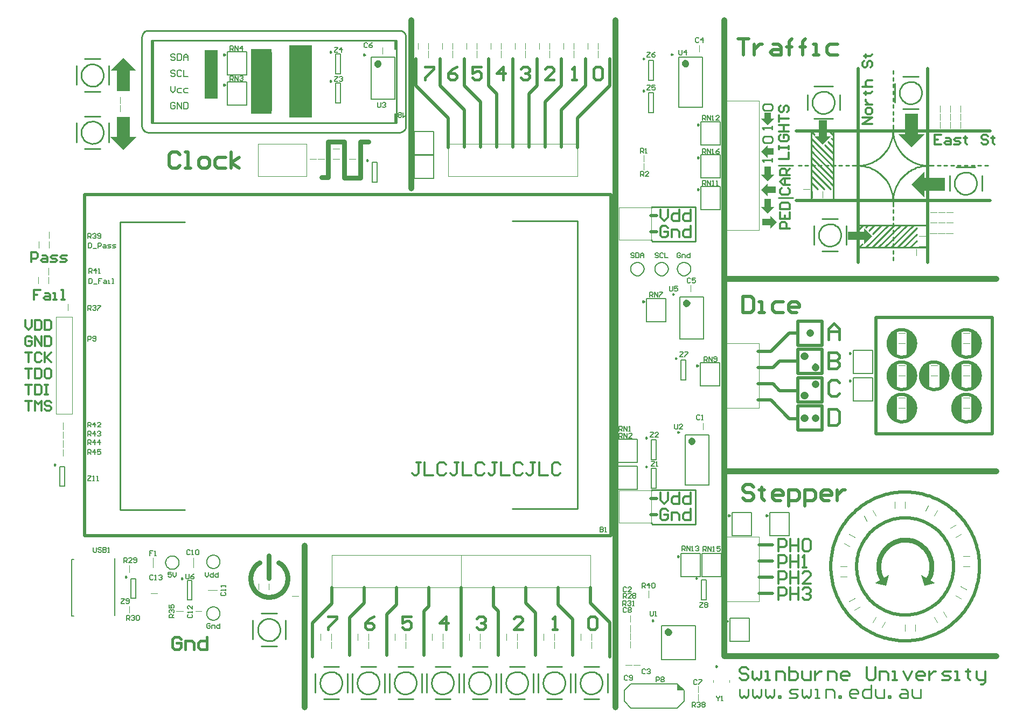
<source format=gto>
G04*
G04 #@! TF.GenerationSoftware,Altium Limited,Altium Designer,20.0.13 (296)*
G04*
G04 Layer_Color=65535*
%FSLAX25Y25*%
%MOIN*%
G70*
G01*
G75*
%ADD10C,0.01000*%
%ADD11C,0.00984*%
%ADD12C,0.02362*%
%ADD13C,0.00800*%
%ADD14C,0.01300*%
%ADD15C,0.02000*%
%ADD16C,0.02400*%
%ADD17C,0.03000*%
%ADD18C,0.00500*%
%ADD19C,0.00787*%
%ADD20C,0.01968*%
%ADD21C,0.00394*%
%ADD22C,0.00787*%
%ADD23C,0.03500*%
%ADD24C,0.01181*%
%ADD25C,0.01200*%
%ADD26C,0.01400*%
%ADD27C,0.01500*%
%ADD28R,0.14000X0.45000*%
%ADD29R,0.13000X0.40000*%
%ADD30R,0.08000X0.30000*%
G36*
X11269Y397671D02*
X7269D01*
Y385171D01*
X-732D01*
Y397671D01*
X-4732D01*
X3269Y405671D01*
X11269Y397671D01*
D02*
G37*
G36*
X404099Y368222D02*
X406099D01*
X402099Y364222D01*
X398099Y368222D01*
X400099D01*
Y371770D01*
X404099D01*
Y368222D01*
D02*
G37*
G36*
X438599Y356996D02*
X441099D01*
X436099Y351996D01*
X431099Y356996D01*
X433599D01*
Y366996D01*
X438599D01*
Y356996D01*
D02*
G37*
G36*
X495099Y358496D02*
X499099D01*
X491099Y350496D01*
X483099Y358496D01*
X487099D01*
Y370996D01*
X495099D01*
Y358496D01*
D02*
G37*
G36*
X7269Y356675D02*
X11269D01*
X3269Y348675D01*
X-4732Y356675D01*
X-732D01*
Y369175D01*
X7269D01*
Y356675D01*
D02*
G37*
G36*
X402099Y349728D02*
X405647D01*
Y345728D01*
X402099D01*
Y343728D01*
X398099Y347728D01*
X402099Y351728D01*
Y349728D01*
D02*
G37*
G36*
X404099Y333496D02*
X406099D01*
X402099Y329496D01*
X398099Y333496D01*
X400099D01*
Y338496D01*
X404099D01*
Y333496D01*
D02*
G37*
G36*
X499099Y331496D02*
X511599D01*
Y323496D01*
X499099Y323496D01*
X499099Y319496D01*
X491099Y327496D01*
X499099Y335496D01*
Y331496D01*
D02*
G37*
G36*
X402099Y325996D02*
X407099D01*
Y321996D01*
X402099D01*
Y319996D01*
X398099Y323996D01*
X402099Y327996D01*
Y325996D01*
D02*
G37*
G36*
X404099Y313496D02*
X406099D01*
X402099Y309496D01*
X398099Y313496D01*
X400099D01*
Y318496D01*
X404099D01*
Y313496D01*
D02*
G37*
G36*
X407599Y303996D02*
X403599Y299996D01*
Y301996D01*
X398599D01*
Y305996D01*
X403599D01*
Y307996D01*
X407599Y303996D01*
D02*
G37*
G36*
X466599Y295496D02*
X461599Y290496D01*
Y292996D01*
X451599D01*
Y297996D01*
X461599D01*
Y300496D01*
X466599Y295496D01*
D02*
G37*
G36*
X522216Y236992D02*
X522000D01*
Y237000D01*
X522216Y236992D01*
D02*
G37*
G36*
X482216D02*
X482000D01*
Y237000D01*
X482216Y236992D01*
D02*
G37*
G36*
X522000Y221216D02*
X520421Y222795D01*
X519285D01*
Y223310D01*
X516599Y225996D01*
Y229175D01*
X516929Y229505D01*
Y232326D01*
X518594Y233991D01*
Y234468D01*
X518823D01*
X521348Y236992D01*
X522000D01*
Y221216D01*
D02*
G37*
G36*
X482000D02*
X480421Y222795D01*
X479285D01*
Y223310D01*
X476599Y225996D01*
Y229175D01*
X476930Y229505D01*
Y232326D01*
X478594Y233991D01*
Y234468D01*
X478823D01*
X481348Y236992D01*
X482000D01*
Y221216D01*
D02*
G37*
G36*
X529777Y235197D02*
X530913Y235197D01*
Y234682D01*
X533599Y231996D01*
Y228817D01*
X533269Y228486D01*
Y225666D01*
X531604Y224001D01*
Y223524D01*
X531375D01*
X528851Y221000D01*
X528198D01*
Y236776D01*
X529777Y235197D01*
D02*
G37*
G36*
X489777D02*
X490913Y235197D01*
Y234682D01*
X493599Y231996D01*
Y228817D01*
X493269Y228486D01*
Y225666D01*
X491604Y224001D01*
Y223524D01*
X491375D01*
X488850Y221000D01*
X488198D01*
Y236776D01*
X489777Y235197D01*
D02*
G37*
G36*
X528198Y220992D02*
X527982Y221000D01*
X528198D01*
Y220992D01*
D02*
G37*
G36*
X488198D02*
X487982Y221000D01*
X488198D01*
Y220992D01*
D02*
G37*
G36*
X522216Y216992D02*
X522000D01*
Y217000D01*
X522216Y216992D01*
D02*
G37*
G36*
X502232D02*
X502016D01*
Y217000D01*
X502232Y216992D01*
D02*
G37*
G36*
X482216D02*
X482000D01*
Y217000D01*
X482216Y216992D01*
D02*
G37*
G36*
X522000Y201216D02*
X520421Y202795D01*
X519285D01*
Y203310D01*
X516599Y205996D01*
Y209175D01*
X516929Y209506D01*
Y212326D01*
X518594Y213991D01*
Y214468D01*
X518823D01*
X521348Y216992D01*
X522000D01*
Y201216D01*
D02*
G37*
G36*
X502016D02*
X500437Y202795D01*
X499301D01*
Y203310D01*
X496615Y205996D01*
Y209175D01*
X496945Y209506D01*
Y212326D01*
X498610Y213991D01*
Y214468D01*
X498839D01*
X501364Y216992D01*
X502016D01*
Y201216D01*
D02*
G37*
G36*
X482000D02*
X480421Y202795D01*
X479285D01*
Y203310D01*
X476599Y205996D01*
Y209175D01*
X476930Y209506D01*
Y212326D01*
X478594Y213991D01*
Y214468D01*
X478823D01*
X481348Y216992D01*
X482000D01*
Y201216D01*
D02*
G37*
G36*
X529777Y215197D02*
X530913Y215197D01*
Y214682D01*
X533599Y211996D01*
Y208817D01*
X533269Y208487D01*
Y205666D01*
X531604Y204001D01*
Y203524D01*
X531375D01*
X528851Y201000D01*
X528198D01*
Y216776D01*
X529777Y215197D01*
D02*
G37*
G36*
X509793D02*
X510929Y215197D01*
Y214682D01*
X513615Y211996D01*
Y208817D01*
X513285Y208487D01*
Y205666D01*
X511620Y204001D01*
Y203524D01*
X511391D01*
X508866Y201000D01*
X508214D01*
Y216776D01*
X509793Y215197D01*
D02*
G37*
G36*
X489777D02*
X490913Y215197D01*
Y214682D01*
X493599Y211996D01*
Y208817D01*
X493269Y208487D01*
Y205666D01*
X491604Y204001D01*
Y203524D01*
X491375D01*
X488850Y201000D01*
X488198D01*
Y216776D01*
X489777Y215197D01*
D02*
G37*
G36*
X528198Y200992D02*
X527982Y201000D01*
X528198D01*
Y200992D01*
D02*
G37*
G36*
X508214D02*
X507998Y201000D01*
X508214D01*
Y200992D01*
D02*
G37*
G36*
X488198D02*
X487982Y201000D01*
X488198D01*
Y200992D01*
D02*
G37*
G36*
X522216Y196992D02*
X522000D01*
Y197000D01*
X522216Y196992D01*
D02*
G37*
G36*
X482216D02*
X482000D01*
Y197000D01*
X482216Y196992D01*
D02*
G37*
G36*
X522000Y181216D02*
X520421Y182795D01*
X519285D01*
Y183310D01*
X516599Y185996D01*
Y189175D01*
X516929Y189506D01*
Y192326D01*
X518594Y193991D01*
Y194467D01*
X518823D01*
X521348Y196992D01*
X522000D01*
Y181216D01*
D02*
G37*
G36*
X482000D02*
X480421Y182795D01*
X479285D01*
Y183310D01*
X476599Y185996D01*
Y189175D01*
X476930Y189506D01*
Y192326D01*
X478594Y193991D01*
Y194467D01*
X478823D01*
X481348Y196992D01*
X482000D01*
Y181216D01*
D02*
G37*
G36*
X529777Y195197D02*
X530913Y195197D01*
Y194682D01*
X533599Y191996D01*
Y188817D01*
X533269Y188487D01*
Y185666D01*
X531604Y184001D01*
Y183525D01*
X531375D01*
X528851Y181000D01*
X528198D01*
Y196776D01*
X529777Y195197D01*
D02*
G37*
G36*
X489777D02*
X490913Y195197D01*
Y194682D01*
X493599Y191996D01*
Y188817D01*
X493269Y188487D01*
Y185666D01*
X491604Y184001D01*
Y183525D01*
X491375D01*
X488850Y181000D01*
X488198D01*
Y196776D01*
X489777Y195197D01*
D02*
G37*
G36*
X528198Y180992D02*
X527982Y181000D01*
X528198D01*
Y180992D01*
D02*
G37*
G36*
X488198D02*
X487982Y181000D01*
X488198D01*
Y180992D01*
D02*
G37*
G36*
X505719Y80846D02*
X498889Y79016D01*
X497058Y85846D01*
X505719Y80846D01*
D02*
G37*
G36*
X475310Y79016D02*
X468480Y80846D01*
X477140Y85846D01*
X475310Y79016D01*
D02*
G37*
G36*
X350346Y14276D02*
X346145D01*
Y18476D01*
X350346Y14276D01*
D02*
G37*
D10*
X174213Y359457D02*
X175232Y359591D01*
X176181Y359984D01*
X176997Y360610D01*
X177622Y361425D01*
X178015Y362375D01*
X178150Y363394D01*
Y418512D02*
X178015Y419531D01*
X177622Y420480D01*
X176997Y421296D01*
X176181Y421921D01*
X175232Y422315D01*
X174213Y422449D01*
X14764Y363394D02*
X14898Y362375D01*
X15291Y361425D01*
X15917Y360610D01*
X16732Y359984D01*
X17682Y359591D01*
X18701Y359457D01*
Y422449D02*
X17682Y422315D01*
X16732Y421921D01*
X15917Y421296D01*
X15291Y420480D01*
X14898Y419531D01*
X14764Y418512D01*
X497489Y383996D02*
X497416Y384999D01*
X497197Y385981D01*
X496838Y386920D01*
X496345Y387797D01*
X495730Y388594D01*
X495006Y389292D01*
X494188Y389877D01*
X493294Y390337D01*
X492342Y390662D01*
X491353Y390844D01*
X490348Y390881D01*
X489348Y390771D01*
X488375Y390517D01*
X487449Y390123D01*
X486590Y389599D01*
X485817Y388956D01*
X485146Y388207D01*
X484591Y387368D01*
X484164Y386457D01*
X483874Y385494D01*
X483728Y384499D01*
Y383493D01*
X483874Y382498D01*
X484164Y381535D01*
X484591Y380624D01*
X485146Y379785D01*
X485817Y379036D01*
X486590Y378393D01*
X487449Y377869D01*
X488375Y377475D01*
X489348Y377221D01*
X490348Y377111D01*
X491353Y377148D01*
X492342Y377330D01*
X493294Y377655D01*
X494188Y378115D01*
X495006Y378700D01*
X495730Y379398D01*
X496345Y380194D01*
X496838Y381072D01*
X497197Y382011D01*
X497416Y382993D01*
X497489Y383996D01*
X531489Y327996D02*
X531416Y328999D01*
X531197Y329981D01*
X530837Y330920D01*
X530345Y331798D01*
X529731Y332594D01*
X529006Y333292D01*
X528188Y333877D01*
X527294Y334337D01*
X526342Y334662D01*
X525353Y334844D01*
X524348Y334881D01*
X523348Y334771D01*
X522375Y334517D01*
X521449Y334123D01*
X520590Y333599D01*
X519817Y332956D01*
X519146Y332207D01*
X518591Y331368D01*
X518164Y330457D01*
X517874Y329494D01*
X517728Y328499D01*
Y327493D01*
X517874Y326498D01*
X518164Y325535D01*
X518591Y324624D01*
X519146Y323785D01*
X519817Y323036D01*
X520590Y322393D01*
X521449Y321869D01*
X522375Y321475D01*
X523348Y321221D01*
X524348Y321111D01*
X525353Y321148D01*
X526342Y321330D01*
X527294Y321655D01*
X528188Y322115D01*
X529006Y322700D01*
X529731Y323398D01*
X530345Y324195D01*
X530837Y325072D01*
X531197Y326011D01*
X531416Y326993D01*
X531489Y327996D01*
X443489Y377996D02*
X443415Y378999D01*
X443197Y379981D01*
X442837Y380920D01*
X442345Y381798D01*
X441730Y382594D01*
X441006Y383292D01*
X440188Y383877D01*
X439294Y384337D01*
X438342Y384662D01*
X437353Y384844D01*
X436348Y384881D01*
X435348Y384771D01*
X434375Y384517D01*
X433449Y384123D01*
X432590Y383599D01*
X431817Y382956D01*
X431146Y382207D01*
X430591Y381368D01*
X430164Y380457D01*
X429874Y379494D01*
X429728Y378499D01*
Y377493D01*
X429874Y376498D01*
X430164Y375535D01*
X430591Y374624D01*
X431146Y373785D01*
X431817Y373036D01*
X432590Y372393D01*
X433449Y371869D01*
X434375Y371475D01*
X435348Y371221D01*
X436348Y371111D01*
X437353Y371148D01*
X438342Y371330D01*
X439294Y371655D01*
X440188Y372115D01*
X441006Y372700D01*
X441730Y373398D01*
X442345Y374195D01*
X442837Y375072D01*
X443197Y376011D01*
X443415Y376993D01*
X443489Y377996D01*
X447489Y295996D02*
X447415Y296999D01*
X447197Y297981D01*
X446838Y298920D01*
X446345Y299798D01*
X445730Y300594D01*
X445006Y301292D01*
X444188Y301877D01*
X443294Y302337D01*
X442342Y302662D01*
X441353Y302844D01*
X440348Y302881D01*
X439348Y302771D01*
X438375Y302517D01*
X437449Y302123D01*
X436590Y301599D01*
X435817Y300956D01*
X435146Y300207D01*
X434591Y299368D01*
X434164Y298457D01*
X433874Y297494D01*
X433728Y296499D01*
Y295493D01*
X433874Y294498D01*
X434164Y293535D01*
X434591Y292624D01*
X435146Y291785D01*
X435817Y291036D01*
X436590Y290393D01*
X437449Y289869D01*
X438375Y289475D01*
X439348Y289221D01*
X440348Y289111D01*
X441353Y289148D01*
X442342Y289330D01*
X443294Y289655D01*
X444188Y290115D01*
X445006Y290700D01*
X445730Y291398D01*
X446345Y292195D01*
X446838Y293072D01*
X447197Y294011D01*
X447415Y294993D01*
X447489Y295996D01*
X100432Y51896D02*
X100358Y52899D01*
X100139Y53881D01*
X99780Y54820D01*
X99288Y55698D01*
X98673Y56494D01*
X97949Y57192D01*
X97131Y57777D01*
X96236Y58237D01*
X95284Y58562D01*
X94295Y58744D01*
X93290Y58781D01*
X92290Y58671D01*
X91317Y58417D01*
X90391Y58023D01*
X89533Y57499D01*
X88760Y56856D01*
X88089Y56107D01*
X87533Y55268D01*
X87107Y54357D01*
X86817Y53394D01*
X86670Y52399D01*
Y51393D01*
X86817Y50398D01*
X87107Y49435D01*
X87533Y48524D01*
X88089Y47685D01*
X88760Y46936D01*
X89533Y46293D01*
X90391Y45769D01*
X91317Y45375D01*
X92290Y45121D01*
X93290Y45011D01*
X94295Y45048D01*
X95284Y45230D01*
X96236Y45555D01*
X97131Y46015D01*
X97949Y46600D01*
X98673Y47298D01*
X99288Y48094D01*
X99780Y48972D01*
X100139Y49911D01*
X100358Y50893D01*
X100432Y51896D01*
X253832Y18996D02*
X253758Y19999D01*
X253539Y20981D01*
X253180Y21920D01*
X252688Y22797D01*
X252073Y23594D01*
X251349Y24292D01*
X250531Y24877D01*
X249636Y25337D01*
X248684Y25662D01*
X247695Y25844D01*
X246690Y25881D01*
X245690Y25771D01*
X244717Y25517D01*
X243791Y25123D01*
X242933Y24599D01*
X242160Y23956D01*
X241489Y23207D01*
X240933Y22368D01*
X240507Y21457D01*
X240217Y20494D01*
X240070Y19499D01*
Y18493D01*
X240217Y17498D01*
X240507Y16535D01*
X240933Y15624D01*
X241489Y14785D01*
X242160Y14036D01*
X242933Y13393D01*
X243791Y12869D01*
X244717Y12475D01*
X245690Y12221D01*
X246690Y12111D01*
X247695Y12148D01*
X248684Y12330D01*
X249636Y12655D01*
X250531Y13115D01*
X251349Y13700D01*
X252073Y14398D01*
X252688Y15194D01*
X253180Y16072D01*
X253539Y17011D01*
X253758Y17993D01*
X253832Y18996D01*
X230832D02*
X230758Y19999D01*
X230539Y20981D01*
X230180Y21920D01*
X229688Y22797D01*
X229073Y23594D01*
X228349Y24292D01*
X227531Y24877D01*
X226636Y25337D01*
X225684Y25662D01*
X224695Y25844D01*
X223690Y25881D01*
X222690Y25771D01*
X221717Y25517D01*
X220791Y25123D01*
X219933Y24599D01*
X219160Y23956D01*
X218489Y23207D01*
X217934Y22368D01*
X217507Y21457D01*
X217217Y20494D01*
X217070Y19499D01*
Y18493D01*
X217217Y17498D01*
X217507Y16535D01*
X217934Y15624D01*
X218489Y14785D01*
X219160Y14036D01*
X219933Y13393D01*
X220791Y12869D01*
X221717Y12475D01*
X222690Y12221D01*
X223690Y12111D01*
X224695Y12148D01*
X225684Y12330D01*
X226636Y12655D01*
X227531Y13115D01*
X228349Y13700D01*
X229073Y14398D01*
X229688Y15194D01*
X230180Y16072D01*
X230539Y17011D01*
X230758Y17993D01*
X230832Y18996D01*
X161831D02*
X161758Y19999D01*
X161539Y20981D01*
X161180Y21920D01*
X160688Y22797D01*
X160073Y23594D01*
X159349Y24292D01*
X158531Y24877D01*
X157636Y25337D01*
X156684Y25662D01*
X155695Y25844D01*
X154690Y25881D01*
X153690Y25771D01*
X152717Y25517D01*
X151791Y25123D01*
X150933Y24599D01*
X150160Y23956D01*
X149488Y23207D01*
X148933Y22368D01*
X148507Y21457D01*
X148217Y20494D01*
X148070Y19499D01*
Y18493D01*
X148217Y17498D01*
X148507Y16535D01*
X148933Y15624D01*
X149488Y14785D01*
X150160Y14036D01*
X150933Y13393D01*
X151791Y12869D01*
X152717Y12475D01*
X153690Y12221D01*
X154690Y12111D01*
X155695Y12148D01*
X156684Y12330D01*
X157636Y12655D01*
X158531Y13115D01*
X159349Y13700D01*
X160073Y14398D01*
X160688Y15194D01*
X161180Y16072D01*
X161539Y17011D01*
X161758Y17993D01*
X161831Y18996D01*
X138831D02*
X138758Y19999D01*
X138539Y20981D01*
X138180Y21920D01*
X137688Y22797D01*
X137073Y23594D01*
X136349Y24292D01*
X135531Y24877D01*
X134636Y25337D01*
X133684Y25662D01*
X132695Y25844D01*
X131690Y25881D01*
X130690Y25771D01*
X129717Y25517D01*
X128791Y25123D01*
X127933Y24599D01*
X127160Y23956D01*
X126488Y23207D01*
X125934Y22368D01*
X125507Y21457D01*
X125217Y20494D01*
X125070Y19499D01*
Y18493D01*
X125217Y17498D01*
X125507Y16535D01*
X125934Y15624D01*
X126488Y14785D01*
X127160Y14036D01*
X127933Y13393D01*
X128791Y12869D01*
X129717Y12475D01*
X130690Y12221D01*
X131690Y12111D01*
X132695Y12148D01*
X133684Y12330D01*
X134636Y12655D01*
X135531Y13115D01*
X136349Y13700D01*
X137073Y14398D01*
X137688Y15194D01*
X138180Y16072D01*
X138539Y17011D01*
X138758Y17993D01*
X138831Y18996D01*
X184832D02*
X184758Y19999D01*
X184539Y20981D01*
X184180Y21920D01*
X183688Y22797D01*
X183073Y23594D01*
X182349Y24292D01*
X181531Y24877D01*
X180636Y25337D01*
X179684Y25662D01*
X178695Y25844D01*
X177690Y25881D01*
X176690Y25771D01*
X175717Y25517D01*
X174791Y25123D01*
X173933Y24599D01*
X173160Y23956D01*
X172488Y23207D01*
X171933Y22368D01*
X171507Y21457D01*
X171217Y20494D01*
X171070Y19499D01*
Y18493D01*
X171217Y17498D01*
X171507Y16535D01*
X171933Y15624D01*
X172488Y14785D01*
X173160Y14036D01*
X173933Y13393D01*
X174791Y12869D01*
X175717Y12475D01*
X176690Y12221D01*
X177690Y12111D01*
X178695Y12148D01*
X179684Y12330D01*
X180636Y12655D01*
X181531Y13115D01*
X182349Y13700D01*
X183073Y14398D01*
X183688Y15194D01*
X184180Y16072D01*
X184539Y17011D01*
X184758Y17993D01*
X184832Y18996D01*
X207832D02*
X207758Y19999D01*
X207539Y20981D01*
X207180Y21920D01*
X206688Y22797D01*
X206073Y23594D01*
X205349Y24292D01*
X204531Y24877D01*
X203636Y25337D01*
X202684Y25662D01*
X201695Y25844D01*
X200690Y25881D01*
X199690Y25771D01*
X198717Y25517D01*
X197791Y25123D01*
X196933Y24599D01*
X196160Y23956D01*
X195489Y23207D01*
X194933Y22368D01*
X194507Y21457D01*
X194217Y20494D01*
X194070Y19499D01*
Y18493D01*
X194217Y17498D01*
X194507Y16535D01*
X194933Y15624D01*
X195489Y14785D01*
X196160Y14036D01*
X196933Y13393D01*
X197791Y12869D01*
X198717Y12475D01*
X199690Y12221D01*
X200690Y12111D01*
X201695Y12148D01*
X202684Y12330D01*
X203636Y12655D01*
X204531Y13115D01*
X205349Y13700D01*
X206073Y14398D01*
X206688Y15194D01*
X207180Y16072D01*
X207539Y17011D01*
X207758Y17993D01*
X207832Y18996D01*
X276832D02*
X276758Y19999D01*
X276539Y20981D01*
X276180Y21920D01*
X275688Y22797D01*
X275073Y23594D01*
X274349Y24292D01*
X273531Y24877D01*
X272636Y25337D01*
X271684Y25662D01*
X270695Y25844D01*
X269690Y25881D01*
X268690Y25771D01*
X267717Y25517D01*
X266791Y25123D01*
X265933Y24599D01*
X265160Y23956D01*
X264489Y23207D01*
X263933Y22368D01*
X263507Y21457D01*
X263217Y20494D01*
X263070Y19499D01*
Y18493D01*
X263217Y17498D01*
X263507Y16535D01*
X263933Y15624D01*
X264489Y14785D01*
X265160Y14036D01*
X265933Y13393D01*
X266791Y12869D01*
X267717Y12475D01*
X268690Y12221D01*
X269690Y12111D01*
X270695Y12148D01*
X271684Y12330D01*
X272636Y12655D01*
X273531Y13115D01*
X274349Y13700D01*
X275073Y14398D01*
X275688Y15194D01*
X276180Y16072D01*
X276539Y17011D01*
X276758Y17993D01*
X276832Y18996D01*
X299832D02*
X299758Y19999D01*
X299539Y20981D01*
X299180Y21920D01*
X298688Y22797D01*
X298073Y23594D01*
X297349Y24292D01*
X296531Y24877D01*
X295636Y25337D01*
X294684Y25662D01*
X293695Y25844D01*
X292690Y25881D01*
X291690Y25771D01*
X290717Y25517D01*
X289791Y25123D01*
X288933Y24599D01*
X288160Y23956D01*
X287489Y23207D01*
X286933Y22368D01*
X286507Y21457D01*
X286217Y20494D01*
X286070Y19499D01*
Y18493D01*
X286217Y17498D01*
X286507Y16535D01*
X286933Y15624D01*
X287489Y14785D01*
X288160Y14036D01*
X288933Y13393D01*
X289791Y12869D01*
X290717Y12475D01*
X291690Y12221D01*
X292690Y12111D01*
X293695Y12148D01*
X294684Y12330D01*
X295636Y12655D01*
X296531Y13115D01*
X297349Y13700D01*
X298073Y14398D01*
X298688Y15194D01*
X299180Y16072D01*
X299539Y17011D01*
X299758Y17993D01*
X299832Y18996D01*
X-8858Y394890D02*
X-8932Y395893D01*
X-9150Y396875D01*
X-9510Y397814D01*
X-10002Y398691D01*
X-10617Y399487D01*
X-11341Y400186D01*
X-12159Y400771D01*
X-13053Y401231D01*
X-14005Y401555D01*
X-14995Y401738D01*
X-16000Y401775D01*
X-16999Y401665D01*
X-17973Y401410D01*
X-18898Y401017D01*
X-19757Y400493D01*
X-20530Y399850D01*
X-21201Y399101D01*
X-21756Y398262D01*
X-22183Y397351D01*
X-22473Y396388D01*
X-22619Y395393D01*
Y394387D01*
X-22473Y393392D01*
X-22183Y392428D01*
X-21756Y391518D01*
X-21201Y390679D01*
X-20530Y389930D01*
X-19757Y389286D01*
X-18898Y388762D01*
X-17973Y388369D01*
X-16999Y388115D01*
X-16000Y388005D01*
X-14995Y388041D01*
X-14005Y388224D01*
X-13053Y388549D01*
X-12159Y389009D01*
X-11341Y389594D01*
X-10617Y390292D01*
X-10002Y391088D01*
X-9510Y391965D01*
X-9150Y392905D01*
X-8932Y393887D01*
X-8858Y394890D01*
Y359457D02*
X-8932Y360460D01*
X-9150Y361442D01*
X-9510Y362381D01*
X-10002Y363258D01*
X-10617Y364054D01*
X-11341Y364753D01*
X-12159Y365338D01*
X-13053Y365798D01*
X-14005Y366122D01*
X-14995Y366305D01*
X-16000Y366342D01*
X-16999Y366232D01*
X-17973Y365977D01*
X-18898Y365584D01*
X-19757Y365060D01*
X-20530Y364417D01*
X-21201Y363667D01*
X-21756Y362829D01*
X-22183Y361918D01*
X-22473Y360955D01*
X-22619Y359960D01*
Y358954D01*
X-22473Y357959D01*
X-22183Y356995D01*
X-21756Y356085D01*
X-21201Y355246D01*
X-20530Y354497D01*
X-19757Y353853D01*
X-18898Y353329D01*
X-17973Y352936D01*
X-16999Y352681D01*
X-16000Y352572D01*
X-14995Y352608D01*
X-14005Y352791D01*
X-13053Y353116D01*
X-12159Y353576D01*
X-11341Y354161D01*
X-10617Y354859D01*
X-10002Y355655D01*
X-9510Y356532D01*
X-9150Y357472D01*
X-8932Y358454D01*
X-8858Y359457D01*
X457599Y338996D02*
X458586Y339018D01*
X459571Y339085D01*
X460552Y339195D01*
X461527Y339350D01*
X462495Y339548D01*
X463452Y339789D01*
X464398Y340073D01*
X465330Y340399D01*
X466246Y340766D01*
X467145Y341175D01*
X468024Y341623D01*
X468883Y342110D01*
X469719Y342635D01*
X470531Y343198D01*
X471316Y343796D01*
X472074Y344428D01*
X472803Y345095D01*
X473501Y345793D01*
X474167Y346521D01*
X474800Y347279D01*
X475398Y348065D01*
X475960Y348876D01*
X476485Y349712D01*
X476972Y350571D01*
X477421Y351451D01*
X477829Y352350D01*
X478196Y353266D01*
X478522Y354198D01*
X478806Y355143D01*
X479048Y356101D01*
X479246Y357068D01*
X479400Y358043D01*
X479511Y359024D01*
X479577Y360009D01*
X479599Y360996D01*
Y316996D02*
X479577Y317983D01*
X479511Y318968D01*
X479400Y319949D01*
X479246Y320924D01*
X479048Y321891D01*
X478806Y322849D01*
X478522Y323794D01*
X478196Y324726D01*
X477829Y325642D01*
X477421Y326541D01*
X476972Y327421D01*
X476485Y328280D01*
X475960Y329116D01*
X475398Y329927D01*
X474799Y330713D01*
X474167Y331471D01*
X473501Y332199D01*
X472803Y332897D01*
X472074Y333564D01*
X471316Y334196D01*
X470531Y334794D01*
X469719Y335357D01*
X468883Y335882D01*
X468024Y336369D01*
X467145Y336817D01*
X466246Y337226D01*
X465329Y337593D01*
X464398Y337919D01*
X463452Y338203D01*
X462495Y338444D01*
X461527Y338643D01*
X460552Y338797D01*
X459571Y338907D01*
X458586Y338974D01*
X457599Y338996D01*
X501599D02*
X500612Y338974D01*
X499627Y338907D01*
X498646Y338797D01*
X497671Y338643D01*
X496704Y338444D01*
X495746Y338203D01*
X494801Y337919D01*
X493869Y337593D01*
X492953Y337226D01*
X492054Y336817D01*
X491174Y336369D01*
X490315Y335882D01*
X489479Y335357D01*
X488668Y334794D01*
X487882Y334196D01*
X487125Y333564D01*
X486396Y332897D01*
X485698Y332199D01*
X485032Y331471D01*
X484399Y330713D01*
X483801Y329927D01*
X483239Y329116D01*
X482713Y328280D01*
X482226Y327421D01*
X481778Y326541D01*
X481370Y325643D01*
X481002Y324726D01*
X480676Y323794D01*
X480392Y322849D01*
X480151Y321891D01*
X479953Y320924D01*
X479798Y319949D01*
X479688Y318968D01*
X479621Y317983D01*
X479599Y316996D01*
Y360996D02*
X479621Y360009D01*
X479688Y359024D01*
X479798Y358043D01*
X479953Y357068D01*
X480151Y356101D01*
X480392Y355143D01*
X480676Y354198D01*
X481002Y353266D01*
X481370Y352349D01*
X481778Y351451D01*
X482226Y350571D01*
X482713Y349712D01*
X483239Y348876D01*
X483801Y348065D01*
X484399Y347279D01*
X485032Y346521D01*
X485698Y345793D01*
X486396Y345094D01*
X487124Y344428D01*
X487882Y343796D01*
X488668Y343198D01*
X489479Y342635D01*
X490315Y342110D01*
X491174Y341623D01*
X492054Y341175D01*
X492953Y340766D01*
X493869Y340399D01*
X494801Y340073D01*
X495746Y339789D01*
X496704Y339548D01*
X497671Y339350D01*
X498646Y339195D01*
X499627Y339085D01*
X500612Y339018D01*
X501599Y338996D01*
X178150Y363394D02*
Y418553D01*
X14764Y363394D02*
Y418512D01*
X18701Y359457D02*
X174213Y359457D01*
X18701Y422449D02*
X174213Y422449D01*
X20669Y416543D02*
X172244D01*
X20669Y365362D02*
Y416543D01*
X172244Y365362D02*
Y416543D01*
X20669Y365362D02*
X172244D01*
X94559Y373053D02*
Y408953D01*
X21654Y365362D02*
X171260D01*
X21654Y416543D02*
X171260D01*
X21654Y365362D02*
Y416543D01*
X82559Y372553D02*
Y408453D01*
X171260Y410953D02*
Y416543D01*
X171358Y365362D02*
Y370953D01*
X480560Y378091D02*
Y389901D01*
X485875Y373957D02*
X495324D01*
X485875Y394035D02*
X495324D01*
X500639Y378091D02*
Y389901D01*
X518694Y317957D02*
X530505D01*
X534639Y323272D02*
Y332720D01*
X514560Y323272D02*
Y332720D01*
X518694Y338035D02*
X530505D01*
X430694Y388035D02*
X442505D01*
X426560Y373272D02*
Y382720D01*
X446639Y373272D02*
Y382720D01*
X430694Y367957D02*
X442505D01*
X430560Y290090D02*
Y301902D01*
X435875Y285957D02*
X445324D01*
X435875Y306035D02*
X445324D01*
X450639Y290090D02*
Y301902D01*
X83502Y45990D02*
Y57802D01*
X88817Y41857D02*
X98266D01*
X88817Y61935D02*
X98266D01*
X103581Y45990D02*
Y57802D01*
X236902Y13091D02*
Y24902D01*
X242217Y8957D02*
X251666D01*
X242217Y29035D02*
X251666D01*
X256981Y13091D02*
Y24902D01*
X213902Y13091D02*
Y24902D01*
X219217Y8957D02*
X228666D01*
X219217Y29035D02*
X228666D01*
X233981Y13091D02*
Y24902D01*
X144902Y13091D02*
Y24902D01*
X150217Y8957D02*
X159666D01*
X150217Y29035D02*
X159666D01*
X164981Y13091D02*
Y24902D01*
X121902Y13091D02*
Y24902D01*
X127217Y8957D02*
X136666D01*
X127217Y29035D02*
X136666D01*
X141981Y13091D02*
Y24902D01*
X167902Y13091D02*
Y24902D01*
X173217Y8957D02*
X182666D01*
X173217Y29035D02*
X182666D01*
X187981Y13091D02*
Y24902D01*
X190902Y13091D02*
Y24902D01*
X196217Y8957D02*
X205666D01*
X196217Y29035D02*
X205666D01*
X210981Y13091D02*
Y24902D01*
X259902Y13091D02*
Y24902D01*
X265217Y8957D02*
X274666D01*
X265217Y29035D02*
X274666D01*
X279981Y13091D02*
Y24902D01*
X282902Y13091D02*
Y24902D01*
X288217Y8957D02*
X297666D01*
X288217Y29035D02*
X297666D01*
X302981Y13091D02*
Y24902D01*
X-25787Y388984D02*
Y400795D01*
X-20472Y384850D02*
X-11024D01*
X-20472Y404929D02*
X-11024D01*
X-5709Y388984D02*
Y400795D01*
Y353551D02*
Y365362D01*
X-20472Y369496D02*
X-11024D01*
X-20472Y349417D02*
X-11024D01*
X-25787Y353551D02*
Y365362D01*
X330514Y138568D02*
X357542D01*
Y117196D02*
Y138568D01*
X330742Y117196D02*
X357542D01*
X329942Y137996D02*
X330514Y138568D01*
X329942Y117996D02*
X330742Y117196D01*
X329942Y292996D02*
X330742Y292196D01*
X329942Y312996D02*
X330514Y313568D01*
X330742Y292196D02*
X357542D01*
Y313568D01*
X330514D02*
X357542D01*
X428889Y355906D02*
Y356001D01*
Y328568D02*
X433080Y324377D01*
X428889Y332473D02*
X436995Y324367D01*
X428889Y336379D02*
X440885Y324382D01*
X428889Y340284D02*
X442794Y326379D01*
X428889Y344190D02*
X442794Y330284D01*
Y340001D02*
Y342095D01*
Y345001D02*
Y346301D01*
X442799Y317062D02*
Y360796D01*
X428889Y348095D02*
X442794Y334190D01*
X428889Y355906D02*
X442794Y342001D01*
X428889Y352001D02*
X442794Y338095D01*
X439468Y353862D02*
X442794Y350393D01*
X428894Y317196D02*
Y360796D01*
X437399Y351696D02*
X442794Y346301D01*
X441395Y355892D02*
X442686Y354602D01*
X439786Y360602D02*
X442695Y357692D01*
X429292Y359891D02*
X431154Y358030D01*
X454499Y338996D02*
X457599D01*
X450299D02*
X452299D01*
X446099D02*
X448099D01*
X441899D02*
X443899D01*
X437699D02*
X439699D01*
X433499D02*
X435499D01*
X429299D02*
X431299D01*
X425099D02*
X427099D01*
X420899D02*
X422899D01*
X479599Y280296D02*
Y282296D01*
Y284496D02*
Y286496D01*
Y288696D02*
Y290696D01*
Y292896D02*
Y294896D01*
Y297096D02*
Y299096D01*
Y301296D02*
Y303296D01*
Y305496D02*
Y307496D01*
Y309696D02*
Y311696D01*
Y313896D02*
Y316996D01*
X536299Y338996D02*
X538299D01*
X532099D02*
X534099D01*
X527899D02*
X529899D01*
X523699D02*
X525699D01*
X519499D02*
X521499D01*
X515299D02*
X517299D01*
X511099D02*
X513099D01*
X506899D02*
X508899D01*
X501599D02*
X504699D01*
X479599Y395696D02*
Y397696D01*
Y391496D02*
Y393496D01*
Y387296D02*
Y389296D01*
Y383096D02*
Y385096D01*
Y378896D02*
Y380896D01*
Y374696D02*
Y376696D01*
Y370496D02*
Y372496D01*
Y366296D02*
Y368296D01*
Y360996D02*
Y364096D01*
X458704Y288689D02*
X460565Y290550D01*
X457994Y299182D02*
X460903Y302092D01*
X462703Y300792D02*
X463994Y302082D01*
X466899Y296796D02*
X472294Y302191D01*
X457799Y288291D02*
X501399D01*
X464734Y298865D02*
X468202Y302191D01*
X466594Y288286D02*
X480500Y302191D01*
X462689Y288286D02*
X476594Y302191D01*
X470500Y288286D02*
X484405Y302191D01*
X457799Y302196D02*
X501533D01*
X472294Y302191D02*
X473594D01*
X476500D02*
X478594D01*
X474405Y288286D02*
X488311Y302191D01*
X478311Y288286D02*
X492216Y302191D01*
X482216Y288286D02*
X494213Y300282D01*
X486122Y288286D02*
X494228Y296392D01*
X490028Y288286D02*
X494218Y292477D01*
X462594Y288286D02*
X462689D01*
X408599Y338996D02*
X417599D01*
X408599Y318996D02*
X417599D01*
X244178Y126874D02*
X284218D01*
Y304784D01*
X244178D02*
X284218D01*
X1402Y126086D02*
X41442D01*
X1402D02*
Y303996D01*
X41442D01*
X400101Y353196D02*
X399101Y354196D01*
Y356195D01*
X400101Y357195D01*
X404100D01*
X405099Y356195D01*
Y354196D01*
X404100Y353196D01*
X400101D01*
X404599Y341496D02*
Y343495D01*
Y342496D01*
X398601D01*
X399601Y341496D01*
X404599Y361496D02*
Y363495D01*
Y362496D01*
X398601D01*
X399601Y361496D01*
X400101Y373196D02*
X399101Y374196D01*
Y376195D01*
X400101Y377195D01*
X404100D01*
X405099Y376195D01*
Y374196D01*
X404100Y373196D01*
X400101D01*
X384642Y15128D02*
Y11129D01*
X385975Y9796D01*
X387308Y11129D01*
X388640Y9796D01*
X389973Y11129D01*
Y15128D01*
X392639D02*
Y11129D01*
X393972Y9796D01*
X395305Y11129D01*
X396638Y9796D01*
X397971Y11129D01*
Y15128D01*
X400636D02*
Y11129D01*
X401969Y9796D01*
X403302Y11129D01*
X404635Y9796D01*
X405968Y11129D01*
Y15128D01*
X408634Y9796D02*
Y11129D01*
X409967D01*
Y9796D01*
X408634D01*
X415299D02*
X419297D01*
X420630Y11129D01*
X419297Y12462D01*
X416631D01*
X415299Y13795D01*
X416631Y15128D01*
X420630D01*
X423296D02*
Y11129D01*
X424629Y9796D01*
X425962Y11129D01*
X427295Y9796D01*
X428627Y11129D01*
Y15128D01*
X431293Y9796D02*
X433959D01*
X432626D01*
Y15128D01*
X431293D01*
X437958Y9796D02*
Y15128D01*
X441957D01*
X443289Y13795D01*
Y9796D01*
X445955D02*
Y11129D01*
X447288D01*
Y9796D01*
X445955D01*
X456618D02*
X453953D01*
X452620Y11129D01*
Y13795D01*
X453953Y15128D01*
X456618D01*
X457951Y13795D01*
Y12462D01*
X452620D01*
X465949Y17793D02*
Y9796D01*
X461950D01*
X460617Y11129D01*
Y13795D01*
X461950Y15128D01*
X465949D01*
X468614D02*
Y11129D01*
X469947Y9796D01*
X473946D01*
Y15128D01*
X476612Y9796D02*
Y11129D01*
X477945D01*
Y9796D01*
X476612D01*
X484609Y15128D02*
X487275D01*
X488608Y13795D01*
Y9796D01*
X484609D01*
X483277Y11129D01*
X484609Y12462D01*
X488608D01*
X491274Y15128D02*
Y11129D01*
X492607Y9796D01*
X496605D01*
Y15128D01*
D11*
X-38532Y153985D02*
X-39270Y154411D01*
Y153559D01*
X-38532Y153985D01*
X154768Y342185D02*
X154030Y342611D01*
Y341759D01*
X154768Y342185D01*
X132009Y409181D02*
X131271Y409607D01*
Y408755D01*
X132009Y409181D01*
Y391181D02*
X131271Y391607D01*
Y390755D01*
X132009Y391181D01*
X325710Y385181D02*
X324971Y385607D01*
Y384755D01*
X325710Y385181D01*
X5336Y84581D02*
X4598Y85007D01*
Y84155D01*
X5336Y84581D01*
X358310Y83781D02*
X357571Y84207D01*
Y83355D01*
X358310Y83781D01*
X345662Y219798D02*
X344924Y220224D01*
Y219372D01*
X345662Y219798D01*
X325710Y405081D02*
X324971Y405507D01*
Y404655D01*
X325710Y405081D01*
X327410Y152681D02*
X326671Y153107D01*
Y152255D01*
X327410Y152681D01*
X327409Y170497D02*
X326671Y170923D01*
Y170071D01*
X327409Y170497D01*
X344020Y259463D02*
X343282Y259889D01*
Y259037D01*
X344020Y259463D01*
X152920Y407563D02*
X152181Y407989D01*
Y407137D01*
X152920Y407563D01*
X347220Y174122D02*
X346481Y174548D01*
Y173696D01*
X347220Y174122D01*
X343220Y407677D02*
X342481Y408103D01*
Y407251D01*
X343220Y407677D01*
X40151Y83581D02*
X39413Y84007D01*
Y83155D01*
X40151Y83581D01*
X331292Y57579D02*
X330554Y58005D01*
Y57152D01*
X331292Y57579D01*
D12*
X352976Y253951D02*
X352532Y254874D01*
X351533Y255103D01*
X350731Y254464D01*
Y253439D01*
X351533Y252800D01*
X352532Y253028D01*
X352976Y253951D01*
X161876Y402051D02*
X161432Y402975D01*
X160433Y403203D01*
X159631Y402564D01*
Y401539D01*
X160433Y400900D01*
X161432Y401128D01*
X161876Y402051D01*
X356176Y168610D02*
X355732Y169534D01*
X354732Y169762D01*
X353931Y169123D01*
Y168098D01*
X354732Y167459D01*
X355732Y167687D01*
X356176Y168610D01*
X352176Y402165D02*
X351732Y403089D01*
X350732Y403317D01*
X349931Y402678D01*
Y401653D01*
X350732Y401014D01*
X351732Y401242D01*
X352176Y402165D01*
X341627Y50492D02*
X341182Y51415D01*
X340183Y51644D01*
X339382Y51004D01*
Y49980D01*
X340183Y49341D01*
X341182Y49569D01*
X341627Y50492D01*
D13*
X37702Y93396D02*
X37582Y94385D01*
X37229Y95317D01*
X36663Y96137D01*
X35917Y96798D01*
X35034Y97261D01*
X34067Y97500D01*
X33070D01*
X32103Y97261D01*
X31220Y96798D01*
X30474Y96137D01*
X29908Y95317D01*
X29555Y94385D01*
X29435Y93396D01*
X29555Y92407D01*
X29908Y91475D01*
X30474Y90655D01*
X31220Y89994D01*
X32103Y89531D01*
X33070Y89292D01*
X34067D01*
X35034Y89531D01*
X35917Y89994D01*
X36663Y90655D01*
X37229Y91475D01*
X37582Y92407D01*
X37702Y93396D01*
X63202Y93896D02*
X63082Y94885D01*
X62729Y95817D01*
X62163Y96637D01*
X61417Y97298D01*
X60534Y97761D01*
X59567Y98000D01*
X58570D01*
X57603Y97761D01*
X56720Y97298D01*
X55974Y96637D01*
X55408Y95817D01*
X55055Y94885D01*
X54935Y93896D01*
X55055Y92907D01*
X55408Y91975D01*
X55974Y91155D01*
X56720Y90494D01*
X57603Y90031D01*
X58570Y89792D01*
X59567D01*
X60534Y90031D01*
X61417Y90494D01*
X62163Y91155D01*
X62729Y91975D01*
X63082Y92907D01*
X63202Y93896D01*
Y61896D02*
X63082Y62885D01*
X62729Y63817D01*
X62163Y64637D01*
X61417Y65298D01*
X60534Y65761D01*
X59567Y66000D01*
X58570D01*
X57603Y65761D01*
X56720Y65298D01*
X55974Y64637D01*
X55408Y63817D01*
X55055Y62885D01*
X54935Y61896D01*
X55055Y60907D01*
X55408Y59975D01*
X55974Y59155D01*
X56720Y58494D01*
X57603Y58031D01*
X58570Y57792D01*
X59567D01*
X60534Y58031D01*
X61417Y58494D01*
X62163Y59155D01*
X62729Y59975D01*
X63082Y60907D01*
X63202Y61896D01*
X354367Y275000D02*
X354247Y275989D01*
X353893Y276921D01*
X353327Y277741D01*
X352581Y278402D01*
X351699Y278865D01*
X350731Y279104D01*
X349735D01*
X348767Y278865D01*
X347885Y278402D01*
X347139Y277741D01*
X346573Y276921D01*
X346219Y275989D01*
X346099Y275000D01*
X346219Y274011D01*
X346573Y273079D01*
X347139Y272259D01*
X347885Y271598D01*
X348767Y271135D01*
X349735Y270896D01*
X350731D01*
X351699Y271135D01*
X352581Y271598D01*
X353327Y272259D01*
X353893Y273079D01*
X354247Y274011D01*
X354367Y275000D01*
X340576D02*
X340456Y275989D01*
X340102Y276921D01*
X339536Y277741D01*
X338790Y278402D01*
X337908Y278865D01*
X336940Y279104D01*
X335943D01*
X334976Y278865D01*
X334093Y278402D01*
X333348Y277741D01*
X332781Y276921D01*
X332428Y275989D01*
X332308Y275000D01*
X332428Y274011D01*
X332781Y273079D01*
X333348Y272259D01*
X334093Y271598D01*
X334976Y271135D01*
X335943Y270896D01*
X336940D01*
X337908Y271135D01*
X338790Y271598D01*
X339536Y272259D01*
X340102Y273079D01*
X340456Y274011D01*
X340576Y275000D01*
X325576D02*
X325455Y275989D01*
X325102Y276921D01*
X324536Y277741D01*
X323790Y278402D01*
X322908Y278865D01*
X321940Y279104D01*
X320943D01*
X319976Y278865D01*
X319093Y278402D01*
X318348Y277741D01*
X317781Y276921D01*
X317428Y275989D01*
X317308Y275000D01*
X317428Y274011D01*
X317781Y273079D01*
X318348Y272259D01*
X319093Y271598D01*
X319976Y271135D01*
X320943Y270896D01*
X321940D01*
X322908Y271135D01*
X323790Y271598D01*
X324536Y272259D01*
X325102Y273079D01*
X325455Y274011D01*
X325576Y275000D01*
X35225Y407285D02*
X34558Y407951D01*
X33226D01*
X32559Y407285D01*
Y406619D01*
X33226Y405952D01*
X34558D01*
X35225Y405286D01*
Y404619D01*
X34558Y403953D01*
X33226D01*
X32559Y404619D01*
X36558Y407951D02*
Y403953D01*
X38557D01*
X39224Y404619D01*
Y407285D01*
X38557Y407951D01*
X36558D01*
X40556Y403953D02*
Y406619D01*
X41889Y407951D01*
X43222Y406619D01*
Y403953D01*
Y405952D01*
X40556D01*
X35225Y397285D02*
X34558Y397952D01*
X33226D01*
X32559Y397285D01*
Y396619D01*
X33226Y395952D01*
X34558D01*
X35225Y395286D01*
Y394619D01*
X34558Y393953D01*
X33226D01*
X32559Y394619D01*
X39224Y397285D02*
X38557Y397952D01*
X37224D01*
X36558Y397285D01*
Y394619D01*
X37224Y393953D01*
X38557D01*
X39224Y394619D01*
X40556Y397952D02*
Y393953D01*
X43222D01*
X32559Y387951D02*
Y385286D01*
X33892Y383953D01*
X35225Y385286D01*
Y387951D01*
X39224Y386619D02*
X37224D01*
X36558Y385952D01*
Y384619D01*
X37224Y383953D01*
X39224D01*
X43222Y386619D02*
X41223D01*
X40556Y385952D01*
Y384619D01*
X41223Y383953D01*
X43222D01*
X35225Y377285D02*
X34558Y377952D01*
X33226D01*
X32559Y377285D01*
Y374619D01*
X33226Y373953D01*
X34558D01*
X35225Y374619D01*
Y375952D01*
X33892D01*
X36558Y373953D02*
Y377952D01*
X39224Y373953D01*
Y377952D01*
X40556D02*
Y373953D01*
X42556D01*
X43222Y374619D01*
Y377285D01*
X42556Y377952D01*
X40556D01*
D14*
X378745Y122318D02*
X378145Y122664D01*
Y121971D01*
X378745Y122318D01*
X359486Y364114D02*
X358886Y364460D01*
Y363768D01*
X359486Y364114D01*
X453543Y205713D02*
X452943Y206060D01*
Y205367D01*
X453543Y205713D01*
Y222713D02*
X452943Y223060D01*
Y222367D01*
X453543Y222713D01*
X377444Y57118D02*
X376844Y57464D01*
Y56771D01*
X377444Y57118D01*
X401944Y122318D02*
X401344Y122664D01*
Y121971D01*
X401944Y122318D01*
X359486Y343614D02*
X358886Y343960D01*
Y343267D01*
X359486Y343614D01*
X347185Y97114D02*
X346585Y97460D01*
Y96767D01*
X347185Y97114D01*
X359085Y215114D02*
X358486Y215460D01*
Y214768D01*
X359085Y215114D01*
X325586Y254614D02*
X324986Y254960D01*
Y254268D01*
X325586Y254614D01*
X359486Y324114D02*
X358886Y324460D01*
Y323767D01*
X359486Y324114D01*
X308085Y151114D02*
X307486Y151460D01*
Y150768D01*
X308085Y151114D01*
Y167614D02*
X307486Y167960D01*
Y167268D01*
X308085Y167614D01*
X66404Y388790D02*
X65804Y389137D01*
Y388444D01*
X66404Y388790D01*
X66404Y407347D02*
X65804Y407693D01*
Y407001D01*
X66404Y407347D01*
X181985Y358114D02*
X181386Y358460D01*
Y357768D01*
X181985Y358114D01*
Y343414D02*
X181386Y343760D01*
Y343068D01*
X181985Y343414D01*
X370842Y28996D02*
X370242Y29342D01*
Y28650D01*
X370842Y28996D01*
D15*
X513599Y208996D02*
X513540Y210001D01*
X513361Y210993D01*
X513067Y211956D01*
X512661Y212877D01*
X512149Y213744D01*
X511538Y214545D01*
X510837Y215268D01*
X510054Y215902D01*
X509203Y216440D01*
X508294Y216873D01*
X507340Y217195D01*
X506354Y217403D01*
X505351Y217492D01*
X504344Y217462D01*
X503348Y217314D01*
X502377Y217048D01*
X501444Y216670D01*
X500562Y216184D01*
X499744Y215596D01*
X499000Y214917D01*
X498343Y214154D01*
X497780Y213318D01*
X497321Y212422D01*
X496970Y211478D01*
X496733Y210500D01*
X496614Y209500D01*
Y208492D01*
X496733Y207492D01*
X496970Y206514D01*
X497321Y205569D01*
X497780Y204674D01*
X498343Y203838D01*
X499000Y203075D01*
X499744Y202396D01*
X500562Y201808D01*
X501444Y201322D01*
X502377Y200944D01*
X503348Y200678D01*
X504344Y200530D01*
X505351Y200500D01*
X506354Y200589D01*
X507340Y200797D01*
X508294Y201119D01*
X509203Y201552D01*
X510054Y202090D01*
X510837Y202724D01*
X511538Y203447D01*
X512149Y204247D01*
X512661Y205115D01*
X513067Y206036D01*
X513361Y206999D01*
X513540Y207991D01*
X513599Y208996D01*
X533599Y228996D02*
X533539Y230001D01*
X533361Y230993D01*
X533067Y231956D01*
X532661Y232877D01*
X532149Y233745D01*
X531538Y234545D01*
X530837Y235268D01*
X530055Y235902D01*
X529203Y236440D01*
X528294Y236873D01*
X527340Y237195D01*
X526354Y237403D01*
X525351Y237492D01*
X524344Y237462D01*
X523348Y237314D01*
X522377Y237048D01*
X521444Y236670D01*
X520562Y236184D01*
X519743Y235596D01*
X519000Y234917D01*
X518343Y234154D01*
X517780Y233318D01*
X517320Y232422D01*
X516970Y231479D01*
X516733Y230500D01*
X516614Y229500D01*
Y228492D01*
X516733Y227492D01*
X516970Y226514D01*
X517320Y225569D01*
X517780Y224674D01*
X518343Y223838D01*
X519000Y223075D01*
X519743Y222395D01*
X520562Y221808D01*
X521444Y221322D01*
X522377Y220944D01*
X523348Y220678D01*
X524344Y220530D01*
X525351Y220500D01*
X526354Y220589D01*
X527340Y220797D01*
X528294Y221119D01*
X529203Y221552D01*
X530055Y222090D01*
X530836Y222724D01*
X531538Y223447D01*
X532149Y224248D01*
X532661Y225115D01*
X533067Y226036D01*
X533361Y226999D01*
X533539Y227991D01*
X533599Y228996D01*
Y208996D02*
X533539Y210001D01*
X533361Y210993D01*
X533067Y211956D01*
X532661Y212877D01*
X532149Y213744D01*
X531538Y214545D01*
X530837Y215268D01*
X530055Y215902D01*
X529203Y216440D01*
X528294Y216873D01*
X527340Y217195D01*
X526354Y217403D01*
X525351Y217492D01*
X524344Y217462D01*
X523348Y217314D01*
X522377Y217048D01*
X521444Y216670D01*
X520562Y216184D01*
X519743Y215596D01*
X519000Y214917D01*
X518343Y214154D01*
X517780Y213318D01*
X517320Y212422D01*
X516970Y211478D01*
X516733Y210500D01*
X516614Y209500D01*
Y208492D01*
X516733Y207492D01*
X516970Y206514D01*
X517320Y205569D01*
X517780Y204674D01*
X518343Y203838D01*
X519000Y203075D01*
X519743Y202396D01*
X520562Y201808D01*
X521444Y201322D01*
X522377Y200944D01*
X523348Y200678D01*
X524344Y200530D01*
X525351Y200500D01*
X526354Y200589D01*
X527340Y200797D01*
X528294Y201119D01*
X529203Y201552D01*
X530055Y202090D01*
X530836Y202724D01*
X531538Y203447D01*
X532149Y204247D01*
X532661Y205115D01*
X533067Y206036D01*
X533361Y206999D01*
X533539Y207991D01*
X533599Y208996D01*
Y188996D02*
X533539Y190001D01*
X533361Y190992D01*
X533067Y191956D01*
X532661Y192877D01*
X532149Y193745D01*
X531538Y194545D01*
X530837Y195268D01*
X530055Y195902D01*
X529203Y196440D01*
X528294Y196873D01*
X527340Y197195D01*
X526354Y197403D01*
X525351Y197492D01*
X524344Y197462D01*
X523348Y197314D01*
X522377Y197048D01*
X521444Y196670D01*
X520562Y196184D01*
X519743Y195596D01*
X519000Y194917D01*
X518343Y194154D01*
X517780Y193318D01*
X517320Y192422D01*
X516970Y191479D01*
X516733Y190499D01*
X516614Y189499D01*
Y188492D01*
X516733Y187492D01*
X516970Y186513D01*
X517320Y185569D01*
X517780Y184674D01*
X518343Y183838D01*
X519000Y183075D01*
X519743Y182396D01*
X520562Y181808D01*
X521444Y181322D01*
X522377Y180944D01*
X523348Y180678D01*
X524344Y180530D01*
X525351Y180500D01*
X526354Y180589D01*
X527340Y180797D01*
X528294Y181119D01*
X529203Y181552D01*
X530055Y182090D01*
X530836Y182724D01*
X531538Y183447D01*
X532149Y184248D01*
X532661Y185115D01*
X533067Y186036D01*
X533361Y186999D01*
X533539Y187991D01*
X533599Y188996D01*
X493599Y188996D02*
X493539Y190001D01*
X493361Y190992D01*
X493067Y191956D01*
X492661Y192877D01*
X492149Y193745D01*
X491538Y194545D01*
X490837Y195268D01*
X490055Y195902D01*
X489203Y196440D01*
X488294Y196873D01*
X487340Y197195D01*
X486354Y197403D01*
X485351Y197492D01*
X484344Y197462D01*
X483348Y197314D01*
X482377Y197048D01*
X481444Y196670D01*
X480562Y196184D01*
X479743Y195596D01*
X479000Y194917D01*
X478343Y194154D01*
X477780Y193318D01*
X477320Y192422D01*
X476970Y191479D01*
X476733Y190499D01*
X476614Y189499D01*
Y188492D01*
X476733Y187492D01*
X476970Y186513D01*
X477320Y185569D01*
X477780Y184674D01*
X478343Y183838D01*
X479000Y183075D01*
X479743Y182396D01*
X480562Y181808D01*
X481444Y181322D01*
X482377Y180944D01*
X483348Y180678D01*
X484344Y180530D01*
X485351Y180500D01*
X486354Y180589D01*
X487340Y180797D01*
X488294Y181119D01*
X489203Y181552D01*
X490055Y182090D01*
X490836Y182724D01*
X491538Y183447D01*
X492149Y184248D01*
X492661Y185115D01*
X493067Y186036D01*
X493361Y186999D01*
X493539Y187991D01*
X493599Y188996D01*
Y208996D02*
X493539Y210001D01*
X493361Y210993D01*
X493067Y211956D01*
X492661Y212877D01*
X492149Y213744D01*
X491538Y214545D01*
X490837Y215268D01*
X490055Y215902D01*
X489203Y216440D01*
X488294Y216873D01*
X487340Y217195D01*
X486354Y217403D01*
X485351Y217492D01*
X484344Y217462D01*
X483348Y217314D01*
X482377Y217048D01*
X481444Y216670D01*
X480562Y216184D01*
X479743Y215596D01*
X479000Y214917D01*
X478343Y214154D01*
X477780Y213318D01*
X477320Y212422D01*
X476970Y211478D01*
X476733Y210500D01*
X476614Y209500D01*
Y208492D01*
X476733Y207492D01*
X476970Y206514D01*
X477320Y205569D01*
X477780Y204674D01*
X478343Y203838D01*
X479000Y203075D01*
X479743Y202396D01*
X480562Y201808D01*
X481444Y201322D01*
X482377Y200944D01*
X483348Y200678D01*
X484344Y200530D01*
X485351Y200500D01*
X486354Y200589D01*
X487340Y200797D01*
X488294Y201119D01*
X489203Y201552D01*
X490055Y202090D01*
X490836Y202724D01*
X491538Y203447D01*
X492149Y204247D01*
X492661Y205115D01*
X493067Y206036D01*
X493361Y206999D01*
X493539Y207991D01*
X493599Y208996D01*
Y228996D02*
X493539Y230001D01*
X493361Y230993D01*
X493067Y231956D01*
X492661Y232877D01*
X492149Y233745D01*
X491538Y234545D01*
X490837Y235268D01*
X490055Y235902D01*
X489203Y236440D01*
X488294Y236873D01*
X487340Y237195D01*
X486354Y237403D01*
X485351Y237492D01*
X484344Y237462D01*
X483348Y237314D01*
X482377Y237048D01*
X481444Y236670D01*
X480562Y236184D01*
X479743Y235596D01*
X479000Y234917D01*
X478343Y234154D01*
X477780Y233318D01*
X477320Y232422D01*
X476970Y231479D01*
X476733Y230500D01*
X476614Y229500D01*
Y228492D01*
X476733Y227492D01*
X476970Y226514D01*
X477320Y225569D01*
X477780Y224674D01*
X478343Y223838D01*
X479000Y223075D01*
X479743Y222395D01*
X480562Y221808D01*
X481444Y221322D01*
X482377Y220944D01*
X483348Y220678D01*
X484344Y220530D01*
X485351Y220500D01*
X486354Y220589D01*
X487340Y220797D01*
X488294Y221119D01*
X489203Y221552D01*
X490055Y222090D01*
X490836Y222724D01*
X491538Y223447D01*
X492149Y224248D01*
X492661Y225115D01*
X493067Y226036D01*
X493361Y226999D01*
X493539Y227991D01*
X493599Y228996D01*
X517099Y91096D02*
X517083Y92098D01*
X517032Y93100D01*
X516949Y94099D01*
X516831Y95095D01*
X516681Y96086D01*
X516498Y97072D01*
X516282Y98051D01*
X516033Y99022D01*
X515752Y99984D01*
X515439Y100937D01*
X515095Y101878D01*
X514719Y102808D01*
X514312Y103724D01*
X513875Y104626D01*
X513408Y105513D01*
X512911Y106385D01*
X512386Y107238D01*
X511833Y108074D01*
X511251Y108891D01*
X510643Y109688D01*
X510009Y110465D01*
X509349Y111220D01*
X508664Y111952D01*
X507955Y112661D01*
X507223Y113346D01*
X506468Y114006D01*
X505692Y114640D01*
X504895Y115248D01*
X504078Y115829D01*
X503242Y116383D01*
X502388Y116908D01*
X501517Y117404D01*
X500630Y117872D01*
X499727Y118309D01*
X498811Y118716D01*
X497881Y119091D01*
X496940Y119436D01*
X495988Y119749D01*
X495025Y120030D01*
X494054Y120279D01*
X493075Y120495D01*
X492089Y120678D01*
X491098Y120828D01*
X490102Y120945D01*
X489103Y121029D01*
X488102Y121079D01*
X487099Y121096D01*
X486097Y121079D01*
X485095Y121029D01*
X484096Y120945D01*
X483101Y120828D01*
X482109Y120678D01*
X481124Y120495D01*
X480145Y120279D01*
X479173Y120030D01*
X478211Y119749D01*
X477258Y119436D01*
X476317Y119091D01*
X475387Y118716D01*
X474471Y118309D01*
X473569Y117872D01*
X472682Y117404D01*
X471811Y116908D01*
X470957Y116383D01*
X470121Y115829D01*
X469304Y115248D01*
X468507Y114640D01*
X467730Y114005D01*
X466976Y113346D01*
X466243Y112661D01*
X465534Y111952D01*
X464850Y111220D01*
X464190Y110465D01*
X463555Y109688D01*
X462947Y108891D01*
X462366Y108074D01*
X461812Y107238D01*
X461287Y106385D01*
X460791Y105514D01*
X460324Y104626D01*
X459887Y103724D01*
X459480Y102808D01*
X459104Y101878D01*
X458759Y100937D01*
X458446Y99984D01*
X458165Y99022D01*
X457916Y98051D01*
X457700Y97072D01*
X457517Y96086D01*
X457367Y95095D01*
X457250Y94099D01*
X457166Y93100D01*
X457116Y92098D01*
X457099Y91096D01*
X457116Y90094D01*
X457166Y89092D01*
X457250Y88093D01*
X457367Y87098D01*
X457517Y86106D01*
X457700Y85120D01*
X457916Y84141D01*
X458165Y83170D01*
X458446Y82208D01*
X458759Y81255D01*
X459104Y80314D01*
X459480Y79384D01*
X459886Y78468D01*
X460324Y77566D01*
X460791Y76679D01*
X461287Y75808D01*
X461812Y74954D01*
X462366Y74118D01*
X462947Y73301D01*
X463555Y72504D01*
X464189Y71727D01*
X464850Y70973D01*
X465534Y70240D01*
X466243Y69531D01*
X466975Y68847D01*
X467730Y68186D01*
X468507Y67552D01*
X469304Y66944D01*
X470121Y66363D01*
X470957Y65809D01*
X471810Y65284D01*
X472682Y64788D01*
X473569Y64320D01*
X474471Y63883D01*
X475387Y63477D01*
X476317Y63101D01*
X477258Y62756D01*
X478211Y62443D01*
X479173Y62162D01*
X480144Y61913D01*
X481123Y61697D01*
X482109Y61514D01*
X483100Y61364D01*
X484096Y61247D01*
X485095Y61163D01*
X486096Y61113D01*
X487099Y61096D01*
X488101Y61113D01*
X489103Y61163D01*
X490102Y61247D01*
X491097Y61364D01*
X492089Y61514D01*
X493075Y61697D01*
X494054Y61913D01*
X495025Y62162D01*
X495987Y62443D01*
X496940Y62756D01*
X497881Y63100D01*
X498811Y63476D01*
X499727Y63883D01*
X500629Y64320D01*
X501516Y64787D01*
X502387Y65284D01*
X503241Y65809D01*
X504077Y66363D01*
X504894Y66944D01*
X505691Y67552D01*
X506468Y68186D01*
X507223Y68846D01*
X507955Y69531D01*
X508664Y70240D01*
X509348Y70972D01*
X510009Y71727D01*
X510643Y72503D01*
X511251Y73300D01*
X511832Y74117D01*
X512386Y74953D01*
X512911Y75807D01*
X513408Y76678D01*
X513875Y77565D01*
X514312Y78468D01*
X514719Y79384D01*
X515095Y80313D01*
X515439Y81255D01*
X515752Y82207D01*
X516033Y83170D01*
X516282Y84141D01*
X516498Y85120D01*
X516681Y86106D01*
X516831Y87097D01*
X516949Y88093D01*
X517032Y89092D01*
X517082Y90093D01*
X517099Y91096D01*
X533099Y91096D02*
X533088Y92096D01*
X533056Y93095D01*
X533001Y94094D01*
X532925Y95091D01*
X532828Y96087D01*
X532708Y97079D01*
X532568Y98070D01*
X532405Y99056D01*
X532221Y100040D01*
X532016Y101018D01*
X531790Y101992D01*
X531543Y102961D01*
X531274Y103925D01*
X530985Y104882D01*
X530675Y105833D01*
X530344Y106777D01*
X529993Y107713D01*
X529622Y108642D01*
X529230Y109562D01*
X528819Y110474D01*
X528388Y111376D01*
X527937Y112269D01*
X527467Y113151D01*
X526978Y114024D01*
X526470Y114885D01*
X525944Y115736D01*
X525399Y116574D01*
X524836Y117401D01*
X524255Y118215D01*
X523657Y119016D01*
X523041Y119804D01*
X522409Y120579D01*
X521759Y121340D01*
X521094Y122086D01*
X520412Y122818D01*
X519714Y123534D01*
X519001Y124236D01*
X518273Y124921D01*
X517531Y125591D01*
X516774Y126245D01*
X516003Y126881D01*
X515218Y127501D01*
X514420Y128104D01*
X513609Y128689D01*
X512785Y129256D01*
X511950Y129806D01*
X511102Y130337D01*
X510243Y130850D01*
X509374Y131343D01*
X508494Y131818D01*
X507603Y132273D01*
X506703Y132710D01*
X505794Y133126D01*
X504876Y133522D01*
X503949Y133899D01*
X503015Y134255D01*
X502073Y134591D01*
X501124Y134906D01*
X500168Y135201D01*
X499206Y135474D01*
X498238Y135727D01*
X497265Y135959D01*
X496288Y136169D01*
X495306Y136358D01*
X494320Y136526D01*
X493331Y136672D01*
X492338Y136797D01*
X491344Y136900D01*
X490347Y136981D01*
X489349Y137041D01*
X488349Y137079D01*
X487349Y137095D01*
X486349Y137090D01*
X485350Y137063D01*
X484351Y137014D01*
X483353Y136943D01*
X482357Y136851D01*
X481364Y136737D01*
X480373Y136601D01*
X479385Y136445D01*
X478401Y136266D01*
X477421Y136066D01*
X476446Y135845D01*
X475476Y135603D01*
X474511Y135340D01*
X473552Y135056D01*
X472599Y134751D01*
X471654Y134425D01*
X470716Y134079D01*
X469785Y133713D01*
X468863Y133327D01*
X467949Y132920D01*
X467044Y132494D01*
X466149Y132048D01*
X465264Y131583D01*
X464389Y131099D01*
X463524Y130596D01*
X462671Y130074D01*
X461830Y129534D01*
X461000Y128975D01*
X460183Y128399D01*
X459378Y127805D01*
X458587Y127193D01*
X457809Y126565D01*
X457044Y125920D01*
X456294Y125258D01*
X455559Y124581D01*
X454839Y123887D01*
X454133Y123178D01*
X453444Y122454D01*
X452770Y121715D01*
X452112Y120961D01*
X451471Y120193D01*
X450847Y119412D01*
X450240Y118617D01*
X449651Y117809D01*
X449079Y116989D01*
X448525Y116156D01*
X447989Y115312D01*
X447472Y114456D01*
X446974Y113589D01*
X446494Y112711D01*
X446034Y111823D01*
X445593Y110926D01*
X445172Y110019D01*
X444770Y109103D01*
X444389Y108178D01*
X444027Y107246D01*
X443686Y106306D01*
X443366Y105358D01*
X443066Y104404D01*
X442787Y103444D01*
X442529Y102477D01*
X442293Y101506D01*
X442077Y100529D01*
X441882Y99548D01*
X441709Y98563D01*
X441558Y97575D01*
X441428Y96583D01*
X441319Y95589D01*
X441232Y94593D01*
X441167Y93595D01*
X441124Y92596D01*
X441102Y91596D01*
Y90596D01*
X441124Y89596D01*
X441167Y88597D01*
X441232Y87599D01*
X441319Y86602D01*
X441428Y85608D01*
X441558Y84617D01*
X441709Y83628D01*
X441883Y82643D01*
X442077Y81662D01*
X442293Y80686D01*
X442530Y79714D01*
X442788Y78748D01*
X443067Y77788D01*
X443366Y76833D01*
X443687Y75886D01*
X444028Y74946D01*
X444389Y74013D01*
X444770Y73089D01*
X445172Y72173D01*
X445593Y71266D01*
X446034Y70368D01*
X446494Y69480D01*
X446974Y68603D01*
X447472Y67736D01*
X447989Y66880D01*
X448525Y66035D01*
X449079Y65203D01*
X449651Y64382D01*
X450241Y63574D01*
X450847Y62780D01*
X451472Y61998D01*
X452113Y61231D01*
X452770Y60477D01*
X453444Y59738D01*
X454134Y59014D01*
X454839Y58305D01*
X455559Y57611D01*
X456295Y56933D01*
X457045Y56272D01*
X457809Y55627D01*
X458587Y54998D01*
X459378Y54387D01*
X460183Y53793D01*
X461000Y53217D01*
X461830Y52658D01*
X462672Y52118D01*
X463525Y51596D01*
X464389Y51093D01*
X465264Y50609D01*
X466149Y50144D01*
X467044Y49698D01*
X467949Y49272D01*
X468863Y48865D01*
X469785Y48479D01*
X470716Y48112D01*
X471654Y47766D01*
X472600Y47441D01*
X473552Y47136D01*
X474511Y46852D01*
X475476Y46589D01*
X476446Y46347D01*
X477422Y46126D01*
X478402Y45926D01*
X479386Y45747D01*
X480373Y45590D01*
X481364Y45455D01*
X482358Y45341D01*
X483354Y45249D01*
X484351Y45178D01*
X485350Y45129D01*
X486350Y45102D01*
X487350Y45097D01*
X488350Y45113D01*
X489349Y45151D01*
X490347Y45211D01*
X491344Y45292D01*
X492339Y45395D01*
X493331Y45520D01*
X494320Y45666D01*
X495306Y45834D01*
X496288Y46023D01*
X497266Y46233D01*
X498239Y46465D01*
X499206Y46718D01*
X500168Y46992D01*
X501124Y47286D01*
X502073Y47601D01*
X503015Y47937D01*
X503950Y48293D01*
X504876Y48670D01*
X505794Y49066D01*
X506704Y49483D01*
X507604Y49919D01*
X508494Y50374D01*
X509374Y50849D01*
X510244Y51343D01*
X511102Y51855D01*
X511950Y52386D01*
X512785Y52936D01*
X513609Y53503D01*
X514420Y54088D01*
X515218Y54691D01*
X516003Y55311D01*
X516774Y55948D01*
X517531Y56601D01*
X518274Y57271D01*
X519002Y57956D01*
X519715Y58658D01*
X520412Y59374D01*
X521094Y60106D01*
X521759Y60852D01*
X522409Y61613D01*
X523041Y62388D01*
X523657Y63176D01*
X524255Y63977D01*
X524836Y64791D01*
X525399Y65618D01*
X525944Y66457D01*
X526470Y67307D01*
X526978Y68168D01*
X527467Y69041D01*
X527937Y69924D01*
X528388Y70816D01*
X528819Y71719D01*
X529230Y72630D01*
X529622Y73550D01*
X529993Y74479D01*
X530344Y75415D01*
X530675Y76359D01*
X530985Y77310D01*
X531274Y78267D01*
X531543Y79231D01*
X531790Y80200D01*
X532016Y81174D01*
X532221Y82152D01*
X532405Y83136D01*
X532568Y84122D01*
X532708Y85113D01*
X532828Y86105D01*
X532925Y87101D01*
X533001Y88098D01*
X533056Y89096D01*
X533088Y90096D01*
X533099Y91096D01*
X-20558Y320996D02*
X304942D01*
X304942D02*
X304942Y109996D01*
X-20558Y320996D02*
X-20558Y109996D01*
X304942D01*
X396599Y74496D02*
X404900D01*
X396599Y84496D02*
X404900D01*
X396599Y94496D02*
X404900D01*
X396599Y104496D02*
X404900D01*
X469099Y244996D02*
X541099Y244996D01*
Y172996D02*
Y244996D01*
X469099Y172996D02*
X541099D01*
X469099D02*
Y244996D01*
X420599Y242864D02*
X435599D01*
Y227864D02*
Y242864D01*
X420599Y227864D02*
X435599D01*
X420599D02*
Y242864D01*
Y210364D02*
Y225364D01*
Y210364D02*
X435599D01*
Y225364D01*
X420599D02*
X435599D01*
X420599Y192864D02*
Y207864D01*
Y192864D02*
X435599D01*
Y207864D01*
X420599D02*
X435599D01*
X420599Y175364D02*
Y190364D01*
Y175364D02*
X435599D01*
Y190364D01*
X420599D02*
X435599D01*
X396000Y214000D02*
X405242D01*
Y213996D02*
X409404Y218157D01*
X420599D01*
X396000Y224000D02*
X403979D01*
Y223996D02*
X415479Y235496D01*
X420467D01*
X415479Y182496D02*
X420467D01*
X403979Y193996D02*
X415479Y182496D01*
X396000Y194000D02*
X403979D01*
X409404Y199835D02*
X420599D01*
X405242Y203996D02*
X409404Y199835D01*
X396000Y204000D02*
X405242D01*
X292442Y68496D02*
Y77996D01*
X272442Y67496D02*
Y77996D01*
X252442Y68496D02*
Y77996D01*
X232442Y66496D02*
Y77996D01*
X192442Y66496D02*
Y77996D01*
X172442Y67496D02*
Y77996D01*
X152442Y68496D02*
Y77996D01*
X132442Y67996D02*
Y77996D01*
X212442Y35720D02*
Y77996D01*
X383599Y417493D02*
X390264D01*
X386931D01*
Y407496D01*
X393596Y414160D02*
Y407496D01*
Y410828D01*
X395262Y412494D01*
X396928Y414160D01*
X398594D01*
X405259D02*
X408591D01*
X410257Y412494D01*
Y407496D01*
X405259D01*
X403593Y409162D01*
X405259Y410828D01*
X410257D01*
X415256Y407496D02*
Y415827D01*
Y412494D01*
X413589D01*
X416922D01*
X415256D01*
Y415827D01*
X416922Y417493D01*
X423586Y407496D02*
Y415827D01*
Y412494D01*
X421920D01*
X425252D01*
X423586D01*
Y415827D01*
X425252Y417493D01*
X430251Y407496D02*
X433583D01*
X431917D01*
Y414160D01*
X430251D01*
X445246D02*
X440248D01*
X438581Y412494D01*
Y409162D01*
X440248Y407496D01*
X445246D01*
X393265Y140031D02*
X391598Y141697D01*
X388266D01*
X386600Y140031D01*
Y138365D01*
X388266Y136698D01*
X391598D01*
X393265Y135032D01*
Y133366D01*
X391598Y131700D01*
X388266D01*
X386600Y133366D01*
X398263Y140031D02*
Y138365D01*
X396597D01*
X399929D01*
X398263D01*
Y133366D01*
X399929Y131700D01*
X409926D02*
X406594D01*
X404927Y133366D01*
Y136698D01*
X406594Y138365D01*
X409926D01*
X411592Y136698D01*
Y135032D01*
X404927D01*
X414924Y128368D02*
Y138365D01*
X419923D01*
X421589Y136698D01*
Y133366D01*
X419923Y131700D01*
X414924D01*
X424921Y128368D02*
Y138365D01*
X429919D01*
X431586Y136698D01*
Y133366D01*
X429919Y131700D01*
X424921D01*
X439916D02*
X436584D01*
X434918Y133366D01*
Y136698D01*
X436584Y138365D01*
X439916D01*
X441582Y136698D01*
Y135032D01*
X434918D01*
X444914Y138365D02*
Y131700D01*
Y135032D01*
X446581Y136698D01*
X448247Y138365D01*
X449913D01*
X386599Y257993D02*
Y247996D01*
X391598D01*
X393264Y249662D01*
Y256327D01*
X391598Y257993D01*
X386599D01*
X396596Y247996D02*
X399928D01*
X398262D01*
Y254661D01*
X396596D01*
X411591D02*
X406593D01*
X404927Y252994D01*
Y249662D01*
X406593Y247996D01*
X411591D01*
X419922D02*
X416589D01*
X414923Y249662D01*
Y252994D01*
X416589Y254661D01*
X419922D01*
X421588Y252994D01*
Y251328D01*
X414923D01*
X38385Y345831D02*
X36719Y347497D01*
X33387D01*
X31721Y345831D01*
Y339166D01*
X33387Y337500D01*
X36719D01*
X38385Y339166D01*
X41717Y337500D02*
X45050D01*
X43384D01*
Y347497D01*
X41717D01*
X51714Y337500D02*
X55047D01*
X56713Y339166D01*
Y342498D01*
X55047Y344164D01*
X51714D01*
X50048Y342498D01*
Y339166D01*
X51714Y337500D01*
X66710Y344164D02*
X61711D01*
X60045Y342498D01*
Y339166D01*
X61711Y337500D01*
X66710D01*
X70042D02*
Y347497D01*
Y340832D02*
X75040Y344164D01*
X70042Y340832D02*
X75040Y337500D01*
D16*
X429299Y235496D02*
X428948Y236345D01*
X428099Y236696D01*
X427251Y236345D01*
X426899Y235496D01*
X427251Y234647D01*
X428099Y234296D01*
X428948Y234647D01*
X429299Y235496D01*
X425900Y221200D02*
X425549Y222048D01*
X424700Y222400D01*
X423851Y222048D01*
X423500Y221200D01*
X423851Y220352D01*
X424700Y220000D01*
X425549Y220352D01*
X425900Y221200D01*
X432700Y203800D02*
X432348Y204648D01*
X431500Y205000D01*
X430652Y204648D01*
X430300Y203800D01*
X430652Y202952D01*
X431500Y202600D01*
X432348Y202952D01*
X432700Y203800D01*
X425900Y182811D02*
X425549Y183660D01*
X424700Y184011D01*
X423851Y183660D01*
X423500Y182811D01*
X423851Y181962D01*
X424700Y181611D01*
X425549Y181962D01*
X425900Y182811D01*
X432700Y214400D02*
X432348Y215248D01*
X431500Y215600D01*
X430652Y215248D01*
X430300Y214400D01*
X430652Y213551D01*
X431500Y213200D01*
X432348Y213551D01*
X432700Y214400D01*
X425900Y197000D02*
X425549Y197848D01*
X424700Y198200D01*
X423851Y197848D01*
X423500Y197000D01*
X423851Y196151D01*
X424700Y195800D01*
X425549Y196151D01*
X425900Y197000D01*
X432700Y182996D02*
X432348Y183844D01*
X431500Y184196D01*
X430652Y183844D01*
X430300Y182996D01*
X430652Y182148D01*
X431500Y181796D01*
X432348Y182148D01*
X432700Y182996D01*
D17*
X500896Y82227D02*
X501409Y83082D01*
X501870Y83967D01*
X502276Y84878D01*
X502626Y85812D01*
X502918Y86765D01*
X503152Y87735D01*
X503327Y88717D01*
X503442Y89708D01*
X503496Y90704D01*
X503489Y91701D01*
X503422Y92696D01*
X503295Y93685D01*
X503107Y94665D01*
X502861Y95632D01*
X502556Y96581D01*
X502194Y97511D01*
X501776Y98416D01*
X501304Y99295D01*
X500779Y100143D01*
X500204Y100958D01*
X499580Y101736D01*
X498911Y102475D01*
X498197Y103172D01*
X497442Y103825D01*
X496650Y104430D01*
X495821Y104986D01*
X494961Y105490D01*
X494071Y105941D01*
X493156Y106338D01*
X492218Y106678D01*
X491262Y106960D01*
X490290Y107184D01*
X489306Y107348D01*
X488314Y107452D01*
X487318Y107496D01*
X486320Y107479D01*
X485326Y107401D01*
X484338Y107263D01*
X483360Y107065D01*
X482397Y106809D01*
X481450Y106494D01*
X480525Y106122D01*
X479624Y105694D01*
X478750Y105213D01*
X477907Y104679D01*
X477099Y104095D01*
X476327Y103464D01*
X475595Y102786D01*
X474906Y102065D01*
X474262Y101304D01*
X473665Y100504D01*
X473118Y99670D01*
X472622Y98804D01*
X472181Y97910D01*
X471794Y96991D01*
X471464Y96050D01*
X471192Y95090D01*
X470978Y94116D01*
X470825Y93130D01*
X470731Y92137D01*
X470698Y91140D01*
X470726Y90143D01*
X470814Y89150D01*
X470962Y88163D01*
X471170Y87188D01*
X471437Y86227D01*
X471762Y85284D01*
X472144Y84362D01*
X472581Y83466D01*
X473072Y82597D01*
X473614Y81760D01*
X87792Y93548D02*
X86946Y93009D01*
X86150Y92398D01*
X85410Y91721D01*
X84732Y90981D01*
X84122Y90185D01*
X83582Y89339D01*
X83119Y88449D01*
X82735Y87522D01*
X82434Y86565D01*
X82216Y85586D01*
X82086Y84591D01*
X82042Y83589D01*
X82086Y82587D01*
X82216Y81592D01*
X82434Y80612D01*
X82735Y79656D01*
X83119Y78729D01*
X83582Y77839D01*
X84122Y76993D01*
X84732Y76197D01*
X85410Y75457D01*
X86150Y74779D01*
X86946Y74169D01*
X87792Y73630D01*
X88682Y73166D01*
X89609Y72782D01*
X90565Y72481D01*
X91545Y72264D01*
X92539Y72133D01*
X93542Y72089D01*
X94544Y72133D01*
X95539Y72264D01*
X96518Y72481D01*
X97475Y72782D01*
X98402Y73166D01*
X99292Y73630D01*
X100138Y74169D01*
X100934Y74779D01*
X101673Y75457D01*
X102351Y76197D01*
X102962Y76993D01*
X103501Y77839D01*
X103964Y78729D01*
X104348Y79656D01*
X104650Y80612D01*
X104867Y81592D01*
X104998Y82587D01*
X105042Y83589D01*
X104998Y84591D01*
X104867Y85586D01*
X104650Y86565D01*
X104348Y87522D01*
X103964Y88449D01*
X103501Y89339D01*
X102962Y90185D01*
X102351Y90981D01*
X101673Y91721D01*
X100934Y92398D01*
X100138Y93009D01*
X99292Y93548D01*
X150025Y353667D02*
X154925D01*
X150025Y331368D02*
Y353667D01*
X130025Y353668D02*
X140025D01*
Y331368D02*
Y353668D01*
X130025Y331868D02*
Y353668D01*
X93542Y83589D02*
Y97589D01*
X125883Y331868D02*
X130025D01*
X140025Y331368D02*
X150025D01*
D18*
X-1946Y60691D02*
Y95927D01*
X380101Y124300D02*
X392101D01*
X380101Y110100D02*
Y124300D01*
Y110100D02*
X392101D01*
Y124300D01*
X361495Y99114D02*
X373495D01*
X361495Y84914D02*
Y99114D01*
Y84914D02*
X373495D01*
Y99114D01*
X360842Y366096D02*
X372842D01*
X360842Y351896D02*
Y366096D01*
Y351896D02*
X372842D01*
Y366096D01*
X454899Y207695D02*
X466899D01*
X454899Y193495D02*
Y207695D01*
Y193495D02*
X466899D01*
Y207695D01*
X454899Y224695D02*
X466899D01*
X454899Y210495D02*
Y224695D01*
Y210495D02*
X466899D01*
Y224695D01*
X378800Y59100D02*
X390800D01*
X378800Y44900D02*
Y59100D01*
Y44900D02*
X390800D01*
Y59100D01*
X403300Y124300D02*
X415300D01*
X403300Y110100D02*
Y124300D01*
Y110100D02*
X415300D01*
Y124300D01*
X360842Y345596D02*
X372842D01*
X360842Y331396D02*
Y345596D01*
Y331396D02*
X372842D01*
Y345596D01*
X348542Y99096D02*
X360542D01*
X348542Y84896D02*
Y99096D01*
Y84896D02*
X360542D01*
Y99096D01*
X360442Y217096D02*
X372442D01*
X360442Y202896D02*
Y217096D01*
Y202896D02*
X372442D01*
Y217096D01*
X326942Y256596D02*
X338942D01*
X326942Y242396D02*
Y256596D01*
Y242396D02*
X338942D01*
Y256596D01*
X360842Y326096D02*
X372842D01*
X360842Y311896D02*
Y326096D01*
Y311896D02*
X372842D01*
Y326096D01*
X309442Y153096D02*
X321442D01*
X309442Y138896D02*
Y153096D01*
Y138896D02*
X321442D01*
Y153096D01*
X309442Y169596D02*
X321442D01*
X309442Y155396D02*
Y169596D01*
Y155396D02*
X321442D01*
Y169596D01*
X67760Y390772D02*
X79760D01*
X67760Y376572D02*
Y390772D01*
Y376572D02*
X79760D01*
Y390772D01*
X67760Y409329D02*
X79760D01*
X67760Y395129D02*
Y409329D01*
Y395129D02*
X79760D01*
Y409329D01*
X183342Y360096D02*
X195342D01*
X183342Y345896D02*
Y360096D01*
Y345896D02*
X195342D01*
Y360096D01*
X183342Y345396D02*
X195342D01*
X183342Y331196D02*
Y345396D01*
Y331196D02*
X195342D01*
Y345396D01*
X346146Y18476D02*
X350346Y14276D01*
X317539Y3516D02*
X346146D01*
X350346Y7716D02*
Y14276D01*
X346146Y3516D02*
X350346Y7716D01*
X313338D02*
X317538Y3516D01*
X313338Y14276D02*
X317538Y18476D01*
X313338Y7716D02*
Y14276D01*
X317538Y18476D02*
X346145D01*
X178413Y371905D02*
Y368906D01*
X177414Y369906D01*
X176414Y368906D01*
Y371905D01*
X175414Y369406D02*
X174915Y368906D01*
X173915D01*
X173415Y369406D01*
Y369906D01*
X173915Y370406D01*
X173415Y370906D01*
Y371406D01*
X173915Y371905D01*
X174915D01*
X175414Y371406D01*
Y370906D01*
X174915Y370406D01*
X175414Y369906D01*
Y369406D01*
X174915Y370406D02*
X173915D01*
X-18733Y160400D02*
Y163399D01*
X-17233D01*
X-16733Y162899D01*
Y161899D01*
X-17233Y161400D01*
X-18733D01*
X-17733D02*
X-16733Y160400D01*
X-14234D02*
Y163399D01*
X-15734Y161899D01*
X-13734D01*
X-10735Y163399D02*
X-12735D01*
Y161899D01*
X-11735Y162399D01*
X-11235D01*
X-10735Y161899D01*
Y160900D01*
X-11235Y160400D01*
X-12235D01*
X-12735Y160900D01*
X-18733Y166350D02*
Y169349D01*
X-17233D01*
X-16733Y168849D01*
Y167850D01*
X-17233Y167350D01*
X-18733D01*
X-17733D02*
X-16733Y166350D01*
X-14234D02*
Y169349D01*
X-15734Y167850D01*
X-13734D01*
X-11235Y166350D02*
Y169349D01*
X-12735Y167850D01*
X-10735D01*
X-18733Y171650D02*
Y174649D01*
X-17233D01*
X-16733Y174149D01*
Y173150D01*
X-17233Y172650D01*
X-18733D01*
X-17733D02*
X-16733Y171650D01*
X-14234D02*
Y174649D01*
X-15734Y173150D01*
X-13734D01*
X-12735Y174149D02*
X-12235Y174649D01*
X-11235D01*
X-10735Y174149D01*
Y173649D01*
X-11235Y173150D01*
X-11735D01*
X-11235D01*
X-10735Y172650D01*
Y172150D01*
X-11235Y171650D01*
X-12235D01*
X-12735Y172150D01*
X-18733Y177250D02*
Y180249D01*
X-17233D01*
X-16733Y179749D01*
Y178750D01*
X-17233Y178250D01*
X-18733D01*
X-17733D02*
X-16733Y177250D01*
X-14234D02*
Y180249D01*
X-15734Y178750D01*
X-13734D01*
X-10735Y177250D02*
X-12735D01*
X-10735Y179249D01*
Y179749D01*
X-11235Y180249D01*
X-12235D01*
X-12735Y179749D01*
X312547Y71494D02*
Y74493D01*
X314047D01*
X314547Y73993D01*
Y72993D01*
X314047Y72493D01*
X312547D01*
X313547D02*
X314547Y71494D01*
X317546D02*
X315546D01*
X317546Y73493D01*
Y73993D01*
X317046Y74493D01*
X316046D01*
X315546Y73993D01*
X318545D02*
X319045Y74493D01*
X320045D01*
X320545Y73993D01*
Y73493D01*
X320045Y72993D01*
X320545Y72493D01*
Y71993D01*
X320045Y71494D01*
X319045D01*
X318545Y71993D01*
Y72493D01*
X319045Y72993D01*
X318545Y73493D01*
Y73993D01*
X319045Y72993D02*
X320045D01*
X314580Y65095D02*
X314081Y65595D01*
X313081D01*
X312581Y65095D01*
Y63096D01*
X313081Y62596D01*
X314081D01*
X314580Y63096D01*
X315580Y65095D02*
X316080Y65595D01*
X317080D01*
X317580Y65095D01*
Y64595D01*
X317080Y64095D01*
X317580Y63596D01*
Y63096D01*
X317080Y62596D01*
X316080D01*
X315580Y63096D01*
Y63596D01*
X316080Y64095D01*
X315580Y64595D01*
Y65095D01*
X316080Y64095D02*
X317080D01*
X-18500Y293929D02*
Y296928D01*
X-17000D01*
X-16501Y296428D01*
Y295429D01*
X-17000Y294929D01*
X-18500D01*
X-17500D02*
X-16501Y293929D01*
X-15501Y296428D02*
X-15001Y296928D01*
X-14001D01*
X-13502Y296428D01*
Y295928D01*
X-14001Y295429D01*
X-14501D01*
X-14001D01*
X-13502Y294929D01*
Y294429D01*
X-14001Y293929D01*
X-15001D01*
X-15501Y294429D01*
X-12502D02*
X-12002Y293929D01*
X-11002D01*
X-10503Y294429D01*
Y296428D01*
X-11002Y296928D01*
X-12002D01*
X-12502Y296428D01*
Y295928D01*
X-12002Y295429D01*
X-10503D01*
X-18300Y291247D02*
Y288248D01*
X-16801D01*
X-16301Y288748D01*
Y290747D01*
X-16801Y291247D01*
X-18300D01*
X-15301Y287748D02*
X-13302D01*
X-12302Y288248D02*
Y291247D01*
X-10802D01*
X-10303Y290747D01*
Y289748D01*
X-10802Y289248D01*
X-12302D01*
X-8803Y290247D02*
X-7803D01*
X-7304Y289748D01*
Y288248D01*
X-8803D01*
X-9303Y288748D01*
X-8803Y289248D01*
X-7304D01*
X-6304Y288248D02*
X-4804D01*
X-4304Y288748D01*
X-4804Y289248D01*
X-5804D01*
X-6304Y289748D01*
X-5804Y290247D01*
X-4304D01*
X-3305Y288248D02*
X-1805D01*
X-1306Y288748D01*
X-1805Y289248D01*
X-2805D01*
X-3305Y289748D01*
X-2805Y290247D01*
X-1306D01*
X-18100Y272500D02*
Y275499D01*
X-16601D01*
X-16101Y274999D01*
Y274000D01*
X-16601Y273500D01*
X-18100D01*
X-17100D02*
X-16101Y272500D01*
X-13601D02*
Y275499D01*
X-15101Y274000D01*
X-13102D01*
X-12102Y272500D02*
X-11102D01*
X-11602D01*
Y275499D01*
X-12102Y274999D01*
X-18100Y269130D02*
Y266131D01*
X-16601D01*
X-16101Y266631D01*
Y268631D01*
X-16601Y269130D01*
X-18100D01*
X-15101Y265632D02*
X-13102D01*
X-10103Y269130D02*
X-12102D01*
Y267631D01*
X-11102D01*
X-12102D01*
Y266131D01*
X-8603Y268131D02*
X-7603D01*
X-7104Y267631D01*
Y266131D01*
X-8603D01*
X-9103Y266631D01*
X-8603Y267131D01*
X-7104D01*
X-6104Y266131D02*
X-5104D01*
X-5604D01*
Y268131D01*
X-6104D01*
X-3605Y266131D02*
X-2605D01*
X-3105D01*
Y269130D01*
X-3605D01*
X-18500Y249433D02*
Y252432D01*
X-17000D01*
X-16501Y251932D01*
Y250933D01*
X-17000Y250433D01*
X-18500D01*
X-17500D02*
X-16501Y249433D01*
X-15501Y251932D02*
X-15001Y252432D01*
X-14001D01*
X-13502Y251932D01*
Y251432D01*
X-14001Y250933D01*
X-14501D01*
X-14001D01*
X-13502Y250433D01*
Y249933D01*
X-14001Y249433D01*
X-15001D01*
X-15501Y249933D01*
X-12502Y252432D02*
X-10503D01*
Y251932D01*
X-12502Y249933D01*
Y249433D01*
X-18600Y147099D02*
X-16601D01*
Y146599D01*
X-18600Y144600D01*
Y144100D01*
X-16601D01*
X-15601D02*
X-14601D01*
X-15101D01*
Y147099D01*
X-15601Y146599D01*
X-13102Y144100D02*
X-12102D01*
X-12602D01*
Y147099D01*
X-13102Y146599D01*
X-18500Y230496D02*
Y233495D01*
X-17000D01*
X-16501Y232995D01*
Y231996D01*
X-17000Y231496D01*
X-18500D01*
X-15501Y230996D02*
X-15001Y230496D01*
X-14001D01*
X-13502Y230996D01*
Y232995D01*
X-14001Y233495D01*
X-15001D01*
X-15501Y232995D01*
Y232495D01*
X-15001Y231996D01*
X-13502D01*
X362100Y100500D02*
Y103499D01*
X363599D01*
X364099Y102999D01*
Y101999D01*
X363599Y101500D01*
X362100D01*
X363100D02*
X364099Y100500D01*
X365099D02*
Y103499D01*
X367098Y100500D01*
Y103499D01*
X368098Y100500D02*
X369098D01*
X368598D01*
Y103499D01*
X368098Y102999D01*
X372597Y103499D02*
X370597D01*
Y101999D01*
X371597Y102499D01*
X372097D01*
X372597Y101999D01*
Y101000D01*
X372097Y100500D01*
X371097D01*
X370597Y101000D01*
X133975Y412180D02*
X135975D01*
Y411680D01*
X133975Y409681D01*
Y409181D01*
X135975D01*
X138474D02*
Y412180D01*
X136974Y410681D01*
X138974D01*
X133975Y394180D02*
X135975D01*
Y393680D01*
X133975Y391681D01*
Y391181D01*
X135975D01*
X136974Y393680D02*
X137474Y394180D01*
X138474D01*
X138974Y393680D01*
Y393180D01*
X138474Y392681D01*
X137974D01*
X138474D01*
X138974Y392181D01*
Y391681D01*
X138474Y391181D01*
X137474D01*
X136974Y391681D01*
X361700Y367000D02*
Y369999D01*
X363199D01*
X363699Y369499D01*
Y368499D01*
X363199Y368000D01*
X361700D01*
X362700D02*
X363699Y367000D01*
X364699D02*
Y369999D01*
X366698Y367000D01*
Y369999D01*
X367698Y367000D02*
X368698D01*
X368198D01*
Y369999D01*
X367698Y369499D01*
X372197Y367000D02*
X370197D01*
X372197Y368999D01*
Y369499D01*
X371697Y369999D01*
X370697D01*
X370197Y369499D01*
X327542Y388595D02*
X329541D01*
Y388095D01*
X327542Y386096D01*
Y385596D01*
X329541D01*
X332540Y388595D02*
X330541D01*
Y387095D01*
X331540Y387595D01*
X332040D01*
X332540Y387095D01*
Y386096D01*
X332040Y385596D01*
X331041D01*
X330541Y386096D01*
X312539Y66827D02*
Y69826D01*
X314039D01*
X314539Y69326D01*
Y68326D01*
X314039Y67826D01*
X312539D01*
X313539D02*
X314539Y66827D01*
X315539Y69326D02*
X316038Y69826D01*
X317038D01*
X317538Y69326D01*
Y68826D01*
X317038Y68326D01*
X316538D01*
X317038D01*
X317538Y67826D01*
Y67326D01*
X317038Y66827D01*
X316038D01*
X315539Y67326D01*
X318537Y66827D02*
X319537D01*
X319037D01*
Y69826D01*
X318537Y69326D01*
X33068Y87495D02*
X31069D01*
Y85996D01*
X32068Y86495D01*
X32568D01*
X33068Y85996D01*
Y84996D01*
X32568Y84496D01*
X31568D01*
X31069Y84996D01*
X34067Y87495D02*
Y85496D01*
X35067Y84496D01*
X36067Y85496D01*
Y87495D01*
X324218Y77772D02*
Y80771D01*
X325718D01*
X326218Y80271D01*
Y79271D01*
X325718Y78771D01*
X324218D01*
X325218D02*
X326218Y77772D01*
X328717D02*
Y80771D01*
X327217Y79271D01*
X329217D01*
X330216Y80271D02*
X330716Y80771D01*
X331716D01*
X332216Y80271D01*
Y78272D01*
X331716Y77772D01*
X330716D01*
X330216Y78272D01*
Y80271D01*
X344442Y178995D02*
Y176496D01*
X344942Y175996D01*
X345941D01*
X346441Y176496D01*
Y178995D01*
X349440Y175996D02*
X347441D01*
X349440Y177995D01*
Y178495D01*
X348940Y178995D01*
X347941D01*
X347441Y178495D01*
X21768Y85395D02*
X21268Y85895D01*
X20268D01*
X19769Y85395D01*
Y83396D01*
X20268Y82896D01*
X21268D01*
X21768Y83396D01*
X22768Y82896D02*
X23767D01*
X23267D01*
Y85895D01*
X22768Y85395D01*
X25267D02*
X25767Y85895D01*
X26766D01*
X27266Y85395D01*
Y84895D01*
X26766Y84395D01*
X26266D01*
X26766D01*
X27266Y83896D01*
Y83396D01*
X26766Y82896D01*
X25767D01*
X25267Y83396D01*
X355242Y4196D02*
Y7195D01*
X356741D01*
X357241Y6695D01*
Y5695D01*
X356741Y5196D01*
X355242D01*
X356241D02*
X357241Y4196D01*
X358241Y6695D02*
X358741Y7195D01*
X359740D01*
X360240Y6695D01*
Y6195D01*
X359740Y5695D01*
X359240D01*
X359740D01*
X360240Y5196D01*
Y4696D01*
X359740Y4196D01*
X358741D01*
X358241Y4696D01*
X361240Y6695D02*
X361740Y7195D01*
X362739D01*
X363239Y6695D01*
Y6195D01*
X362739Y5695D01*
X363239Y5196D01*
Y4696D01*
X362739Y4196D01*
X361740D01*
X361240Y4696D01*
Y5196D01*
X361740Y5695D01*
X361240Y6195D01*
Y6695D01*
X361740Y5695D02*
X362739D01*
X34868Y59296D02*
X31870D01*
Y60795D01*
X32369Y61295D01*
X33369D01*
X33869Y60795D01*
Y59296D01*
Y60296D02*
X34868Y61295D01*
X32369Y62295D02*
X31870Y62795D01*
Y63794D01*
X32369Y64294D01*
X32869D01*
X33369Y63794D01*
Y63295D01*
Y63794D01*
X33869Y64294D01*
X34369D01*
X34868Y63794D01*
Y62795D01*
X34369Y62295D01*
X31870Y67293D02*
Y65294D01*
X33369D01*
X32869Y66294D01*
Y66794D01*
X33369Y67293D01*
X34369D01*
X34868Y66794D01*
Y65794D01*
X34369Y65294D01*
X43569Y61295D02*
X43069Y60795D01*
Y59796D01*
X43569Y59296D01*
X45569D01*
X46069Y59796D01*
Y60795D01*
X45569Y61295D01*
X46069Y62295D02*
Y63295D01*
Y62795D01*
X43069D01*
X43569Y62295D01*
X46069Y66794D02*
Y64794D01*
X44069Y66794D01*
X43569D01*
X43069Y66294D01*
Y65294D01*
X43569Y64794D01*
X64069Y74919D02*
X63569Y74420D01*
Y73420D01*
X64069Y72920D01*
X66069D01*
X66568Y73420D01*
Y74420D01*
X66069Y74919D01*
X66568Y75919D02*
Y76919D01*
Y76419D01*
X63569D01*
X64069Y75919D01*
X66568Y78418D02*
Y79418D01*
Y78918D01*
X63569D01*
X64069Y78418D01*
X44668Y100895D02*
X44168Y101395D01*
X43168D01*
X42669Y100895D01*
Y98896D01*
X43168Y98396D01*
X44168D01*
X44668Y98896D01*
X45667Y98396D02*
X46667D01*
X46167D01*
Y101395D01*
X45667Y100895D01*
X48167D02*
X48667Y101395D01*
X49666D01*
X50166Y100895D01*
Y98896D01*
X49666Y98396D01*
X48667D01*
X48167Y98896D01*
Y100895D01*
X1969Y71195D02*
X3968D01*
Y70695D01*
X1969Y68696D01*
Y68196D01*
X3968D01*
X4967Y68696D02*
X5467Y68196D01*
X6467D01*
X6967Y68696D01*
Y70695D01*
X6467Y71195D01*
X5467D01*
X4967Y70695D01*
Y70195D01*
X5467Y69696D01*
X6967D01*
X42169Y86395D02*
Y83896D01*
X42668Y83396D01*
X43668D01*
X44168Y83896D01*
Y86395D01*
X47167D02*
X46167Y85895D01*
X45167Y84895D01*
Y83896D01*
X45667Y83396D01*
X46667D01*
X47167Y83896D01*
Y84396D01*
X46667Y84895D01*
X45167D01*
X315441Y23176D02*
X314941Y23676D01*
X313942D01*
X313442Y23176D01*
Y21177D01*
X313942Y20677D01*
X314941D01*
X315441Y21177D01*
X316441D02*
X316941Y20677D01*
X317940D01*
X318440Y21177D01*
Y23176D01*
X317940Y23676D01*
X316941D01*
X316441Y23176D01*
Y22676D01*
X316941Y22177D01*
X318440D01*
X54068Y87495D02*
Y85496D01*
X55068Y84496D01*
X56068Y85496D01*
Y87495D01*
X59067D02*
Y84496D01*
X57567D01*
X57068Y84996D01*
Y85996D01*
X57567Y86495D01*
X59067D01*
X62066Y87495D02*
Y84496D01*
X60566D01*
X60067Y84996D01*
Y85996D01*
X60566Y86495D01*
X62066D01*
X57068Y55395D02*
X56568Y55895D01*
X55568D01*
X55068Y55395D01*
Y53396D01*
X55568Y52896D01*
X56568D01*
X57068Y53396D01*
Y54396D01*
X56068D01*
X58068Y52896D02*
Y54895D01*
X59567D01*
X60067Y54396D01*
Y52896D01*
X63066Y55895D02*
Y52896D01*
X61566D01*
X61067Y53396D01*
Y54396D01*
X61566Y54895D01*
X63066D01*
X348199Y284499D02*
X347699Y284999D01*
X346700D01*
X346200Y284499D01*
Y282500D01*
X346700Y282000D01*
X347699D01*
X348199Y282500D01*
Y283500D01*
X347200D01*
X349199Y282000D02*
Y283999D01*
X350698D01*
X351198Y283500D01*
Y282000D01*
X354197Y284999D02*
Y282000D01*
X352698D01*
X352198Y282500D01*
Y283500D01*
X352698Y283999D01*
X354197D01*
X334399Y284499D02*
X333899Y284999D01*
X332900D01*
X332400Y284499D01*
Y283999D01*
X332900Y283500D01*
X333899D01*
X334399Y283000D01*
Y282500D01*
X333899Y282000D01*
X332900D01*
X332400Y282500D01*
X337398Y284499D02*
X336898Y284999D01*
X335899D01*
X335399Y284499D01*
Y282500D01*
X335899Y282000D01*
X336898D01*
X337398Y282500D01*
X338398Y284999D02*
Y282000D01*
X340397D01*
X319399Y284499D02*
X318899Y284999D01*
X317900D01*
X317400Y284499D01*
Y283999D01*
X317900Y283500D01*
X318899D01*
X319399Y283000D01*
Y282500D01*
X318899Y282000D01*
X317900D01*
X317400Y282500D01*
X320399Y284999D02*
Y282000D01*
X321899D01*
X322398Y282500D01*
Y284499D01*
X321899Y284999D01*
X320399D01*
X323398Y282000D02*
Y283999D01*
X324398Y284999D01*
X325397Y283999D01*
Y282000D01*
Y283500D01*
X323398D01*
X298331Y115495D02*
Y112496D01*
X299831D01*
X300331Y112996D01*
Y113496D01*
X299831Y113996D01*
X298331D01*
X299831D01*
X300331Y114495D01*
Y114995D01*
X299831Y115495D01*
X298331D01*
X301330Y112496D02*
X302330D01*
X301830D01*
Y115495D01*
X301330Y114995D01*
X114958Y386956D02*
Y385957D01*
X115457Y385457D01*
X117457D01*
X117957Y385957D01*
Y386956D01*
X117457Y387456D01*
X115457D01*
X114958Y386956D01*
Y388456D02*
X117957D01*
Y390455D01*
X114958Y393454D02*
Y391455D01*
X117957D01*
Y393454D01*
X116457Y391455D02*
Y392455D01*
X114958Y394454D02*
X117957D01*
Y395953D01*
X117457Y396453D01*
X115457D01*
X114958Y395953D01*
Y394454D01*
X361700Y346300D02*
Y349299D01*
X363199D01*
X363699Y348799D01*
Y347799D01*
X363199Y347300D01*
X361700D01*
X362700D02*
X363699Y346300D01*
X364699D02*
Y349299D01*
X366698Y346300D01*
Y349299D01*
X367698Y346300D02*
X368698D01*
X368198D01*
Y349299D01*
X367698Y348799D01*
X372197Y349299D02*
X371197Y348799D01*
X370197Y347799D01*
Y346800D01*
X370697Y346300D01*
X371697D01*
X372197Y346800D01*
Y347300D01*
X371697Y347799D01*
X370197D01*
X358241Y20495D02*
X357741Y20995D01*
X356742D01*
X356242Y20495D01*
Y18496D01*
X356742Y17996D01*
X357741D01*
X358241Y18496D01*
X359241Y20995D02*
X361240D01*
Y20495D01*
X359241Y18496D01*
Y17996D01*
X326399Y27199D02*
X325900Y27699D01*
X324900D01*
X324400Y27199D01*
Y25200D01*
X324900Y24700D01*
X325900D01*
X326399Y25200D01*
X327399Y27199D02*
X327899Y27699D01*
X328899D01*
X329398Y27199D01*
Y26699D01*
X328899Y26199D01*
X328399D01*
X328899D01*
X329398Y25700D01*
Y25200D01*
X328899Y24700D01*
X327899D01*
X327399Y25200D01*
X314605Y77911D02*
X314105Y78411D01*
X313105D01*
X312606Y77911D01*
Y75912D01*
X313105Y75412D01*
X314105D01*
X314605Y75912D01*
X317604Y75412D02*
X315604D01*
X317604Y77411D01*
Y77911D01*
X317104Y78411D01*
X316104D01*
X315604Y77911D01*
X329242Y63511D02*
Y61012D01*
X329742Y60512D01*
X330741D01*
X331241Y61012D01*
Y63511D01*
X332241Y60512D02*
X333240D01*
X332741D01*
Y63511D01*
X332241Y63011D01*
X360042Y68895D02*
X362041D01*
Y68395D01*
X360042Y66396D01*
Y65896D01*
X362041D01*
X363041Y68395D02*
X363541Y68895D01*
X364540D01*
X365040Y68395D01*
Y67895D01*
X364540Y67396D01*
X365040Y66896D01*
Y66396D01*
X364540Y65896D01*
X363541D01*
X363041Y66396D01*
Y66896D01*
X363541Y67396D01*
X363041Y67895D01*
Y68395D01*
X363541Y67396D02*
X364540D01*
X349042Y100600D02*
Y103599D01*
X350541D01*
X351041Y103099D01*
Y102100D01*
X350541Y101600D01*
X349042D01*
X350041D02*
X351041Y100600D01*
X352041D02*
Y103599D01*
X354040Y100600D01*
Y103599D01*
X355040Y100600D02*
X356040D01*
X355540D01*
Y103599D01*
X355040Y103099D01*
X357539D02*
X358039Y103599D01*
X359038D01*
X359538Y103099D01*
Y102599D01*
X359038Y102100D01*
X358539D01*
X359038D01*
X359538Y101600D01*
Y101100D01*
X359038Y100600D01*
X358039D01*
X357539Y101100D01*
X-15282Y102776D02*
Y100277D01*
X-14783Y99777D01*
X-13783D01*
X-13283Y100277D01*
Y102776D01*
X-10284Y102277D02*
X-10784Y102776D01*
X-11784D01*
X-12284Y102277D01*
Y101777D01*
X-11784Y101277D01*
X-10784D01*
X-10284Y100777D01*
Y100277D01*
X-10784Y99777D01*
X-11784D01*
X-12284Y100277D01*
X-9284Y102776D02*
Y99777D01*
X-7785D01*
X-7285Y100277D01*
Y100777D01*
X-7785Y101277D01*
X-9284D01*
X-7785D01*
X-7285Y101777D01*
Y102277D01*
X-7785Y102776D01*
X-9284D01*
X-6285Y99777D02*
X-5286D01*
X-5786D01*
Y102776D01*
X-6285Y102277D01*
X5336Y57802D02*
Y60800D01*
X6836D01*
X7336Y60301D01*
Y59301D01*
X6836Y58801D01*
X5336D01*
X6336D02*
X7336Y57802D01*
X8335Y60301D02*
X8835Y60800D01*
X9835D01*
X10335Y60301D01*
Y59801D01*
X9835Y59301D01*
X9335D01*
X9835D01*
X10335Y58801D01*
Y58301D01*
X9835Y57802D01*
X8835D01*
X8335Y58301D01*
X11334Y60301D02*
X11834Y60800D01*
X12834D01*
X13334Y60301D01*
Y58301D01*
X12834Y57802D01*
X11834D01*
X11334Y58301D01*
Y60301D01*
X3568Y93548D02*
Y96547D01*
X5068D01*
X5568Y96047D01*
Y95048D01*
X5068Y94548D01*
X3568D01*
X4568D02*
X5568Y93548D01*
X8567D02*
X6567D01*
X8567Y95548D01*
Y96047D01*
X8067Y96547D01*
X7067D01*
X6567Y96047D01*
X9567Y94048D02*
X10066Y93548D01*
X11066D01*
X11566Y94048D01*
Y96047D01*
X11066Y96547D01*
X10066D01*
X9567Y96047D01*
Y95548D01*
X10066Y95048D01*
X11566D01*
X21568Y100895D02*
X19568D01*
Y99396D01*
X20568D01*
X19568D01*
Y97896D01*
X22568D02*
X23567D01*
X23067D01*
Y100895D01*
X22568Y100395D01*
X154390Y414491D02*
X153890Y414991D01*
X152890D01*
X152391Y414491D01*
Y412492D01*
X152890Y411992D01*
X153890D01*
X154390Y412492D01*
X157389Y414991D02*
X156389Y414491D01*
X155390Y413491D01*
Y412492D01*
X155889Y411992D01*
X156889D01*
X157389Y412492D01*
Y412992D01*
X156889Y413491D01*
X155390D01*
X341242Y264295D02*
Y261796D01*
X341742Y261296D01*
X342741D01*
X343241Y261796D01*
Y264295D01*
X346240D02*
X344241D01*
Y262795D01*
X345240Y263295D01*
X345740D01*
X346240Y262795D01*
Y261796D01*
X345740Y261296D01*
X344741D01*
X344241Y261796D01*
X354264Y269024D02*
X353764Y269524D01*
X352764D01*
X352265Y269024D01*
Y267025D01*
X352764Y266525D01*
X353764D01*
X354264Y267025D01*
X357263Y269524D02*
X355264D01*
Y268025D01*
X356263Y268524D01*
X356763D01*
X357263Y268025D01*
Y267025D01*
X356763Y266525D01*
X355763D01*
X355264Y267025D01*
X347858Y223695D02*
X349858D01*
Y223195D01*
X347858Y221196D01*
Y220696D01*
X349858D01*
X350857Y223695D02*
X352857D01*
Y223195D01*
X350857Y221196D01*
Y220696D01*
X362618Y217794D02*
Y220793D01*
X364118D01*
X364618Y220293D01*
Y219294D01*
X364118Y218794D01*
X362618D01*
X363618D02*
X364618Y217794D01*
X365617D02*
Y220793D01*
X367617Y217794D01*
Y220793D01*
X368617Y218294D02*
X369116Y217794D01*
X370116D01*
X370616Y218294D01*
Y220293D01*
X370116Y220793D01*
X369116D01*
X368617Y220293D01*
Y219794D01*
X369116Y219294D01*
X370616D01*
X328942Y257888D02*
Y260887D01*
X330441D01*
X330941Y260387D01*
Y259388D01*
X330441Y258888D01*
X328942D01*
X329941D02*
X330941Y257888D01*
X331941D02*
Y260887D01*
X333940Y257888D01*
Y260887D01*
X334940D02*
X336939D01*
Y260387D01*
X334940Y258388D01*
Y257888D01*
X327442Y409101D02*
X329441D01*
Y408602D01*
X327442Y406602D01*
Y406102D01*
X329441D01*
X332440Y409101D02*
X331440Y408602D01*
X330441Y407602D01*
Y406602D01*
X330941Y406102D01*
X331940D01*
X332440Y406602D01*
Y407102D01*
X331940Y407602D01*
X330441D01*
X347058Y410495D02*
Y407996D01*
X347558Y407496D01*
X348558D01*
X349058Y407996D01*
Y410495D01*
X351557Y407496D02*
Y410495D01*
X350057Y408995D01*
X352057D01*
X361800Y326800D02*
Y329799D01*
X363299D01*
X363799Y329299D01*
Y328299D01*
X363299Y327800D01*
X361800D01*
X362800D02*
X363799Y326800D01*
X364799D02*
Y329799D01*
X366798Y326800D01*
Y329799D01*
X367798Y326800D02*
X368798D01*
X368298D01*
Y329799D01*
X367798Y329299D01*
X370297Y326800D02*
X371297D01*
X370797D01*
Y329799D01*
X370297Y329299D01*
X359441Y417595D02*
X358941Y418095D01*
X357942D01*
X357442Y417595D01*
Y415596D01*
X357942Y415096D01*
X358941D01*
X359441Y415596D01*
X361940Y415096D02*
Y418095D01*
X360441Y416596D01*
X362440D01*
X360148Y184363D02*
X359649Y184863D01*
X358649D01*
X358149Y184363D01*
Y182364D01*
X358649Y181864D01*
X359649D01*
X360148Y182364D01*
X361148Y181864D02*
X362148D01*
X361648D01*
Y184863D01*
X361148Y184363D01*
X310200Y170497D02*
Y173496D01*
X311700D01*
X312199Y172996D01*
Y171996D01*
X311700Y171496D01*
X310200D01*
X311200D02*
X312199Y170497D01*
X313199D02*
Y173496D01*
X315198Y170497D01*
Y173496D01*
X318197Y170497D02*
X316198D01*
X318197Y172496D01*
Y172996D01*
X317698Y173496D01*
X316698D01*
X316198Y172996D01*
X310200Y174796D02*
Y177795D01*
X311700D01*
X312199Y177295D01*
Y176295D01*
X311700Y175796D01*
X310200D01*
X311200D02*
X312199Y174796D01*
X313199D02*
Y177795D01*
X315198Y174796D01*
Y177795D01*
X316198Y174796D02*
X317198D01*
X316698D01*
Y177795D01*
X316198Y177295D01*
X329942Y155995D02*
X331941D01*
Y155495D01*
X329942Y153496D01*
Y152996D01*
X331941D01*
X332941D02*
X333940D01*
X333441D01*
Y155995D01*
X332941Y155495D01*
X329442Y174070D02*
X331441D01*
Y173570D01*
X329442Y171571D01*
Y171071D01*
X331441D01*
X334440D02*
X332441D01*
X334440Y173070D01*
Y173570D01*
X333940Y174070D01*
X332941D01*
X332441Y173570D01*
X160695Y377995D02*
Y375496D01*
X161195Y374996D01*
X162195D01*
X162695Y375496D01*
Y377995D01*
X163694Y377495D02*
X164194Y377995D01*
X165194D01*
X165694Y377495D01*
Y376995D01*
X165194Y376496D01*
X164694D01*
X165194D01*
X165694Y375996D01*
Y375496D01*
X165194Y374996D01*
X164194D01*
X163694Y375496D01*
X370263Y10928D02*
Y10428D01*
X371262Y9429D01*
X372262Y10428D01*
Y10928D01*
X371262Y9429D02*
Y7929D01*
X373262D02*
X374261D01*
X373762D01*
Y10928D01*
X373262Y10428D01*
X69400Y391424D02*
Y394423D01*
X70899D01*
X71399Y393923D01*
Y392923D01*
X70899Y392423D01*
X69400D01*
X70400D02*
X71399Y391424D01*
X72399D02*
Y394423D01*
X74398Y391424D01*
Y394423D01*
X75398Y393923D02*
X75898Y394423D01*
X76898D01*
X77397Y393923D01*
Y393423D01*
X76898Y392923D01*
X76398D01*
X76898D01*
X77397Y392423D01*
Y391924D01*
X76898Y391424D01*
X75898D01*
X75398Y391924D01*
X69442Y409920D02*
Y412919D01*
X70941D01*
X71441Y412419D01*
Y411419D01*
X70941Y410919D01*
X69442D01*
X70441D02*
X71441Y409920D01*
X72441D02*
Y412919D01*
X74440Y409920D01*
Y412919D01*
X76939Y409920D02*
Y412919D01*
X75440Y411419D01*
X77439D01*
X333007Y19600D02*
Y22599D01*
X334506D01*
X335006Y22099D01*
Y21100D01*
X334506Y20600D01*
X333007D01*
X336006Y22099D02*
X336506Y22599D01*
X337505D01*
X338005Y22099D01*
Y21599D01*
X337505Y21100D01*
X338005Y20600D01*
Y20100D01*
X337505Y19600D01*
X336506D01*
X336006Y20100D01*
Y20600D01*
X336506Y21100D01*
X336006Y21599D01*
Y22099D01*
X336506Y21100D02*
X337505D01*
X323371Y346696D02*
Y349695D01*
X324870D01*
X325370Y349195D01*
Y348196D01*
X324870Y347696D01*
X323371D01*
X324371D02*
X325370Y346696D01*
X326370D02*
X327370D01*
X326870D01*
Y349695D01*
X326370Y349195D01*
X323542Y332396D02*
Y335395D01*
X325041D01*
X325541Y334895D01*
Y333895D01*
X325041Y333396D01*
X323542D01*
X324541D02*
X325541Y332396D01*
X328540D02*
X326541D01*
X328540Y334395D01*
Y334895D01*
X328040Y335395D01*
X327041D01*
X326541Y334895D01*
D19*
X-28715Y95545D02*
X-27337D01*
X-28715Y60309D02*
Y95545D01*
Y60309D02*
X-27337D01*
D20*
X274442Y350496D02*
Y373558D01*
X264442Y350496D02*
Y378559D01*
X254442Y350496D02*
Y383559D01*
X259442Y388559D02*
Y404996D01*
X274442Y388559D02*
Y404996D01*
X289442Y388559D02*
Y404996D01*
X304442Y388559D02*
Y404996D01*
X284442Y368558D02*
X304442Y388558D01*
X284442Y349996D02*
Y368558D01*
X264442Y378559D02*
X274442Y388559D01*
Y373559D02*
X289442Y388559D01*
X274442Y373558D02*
Y373559D01*
X254442Y383559D02*
X259442Y388559D01*
X229442D02*
X234442Y383559D01*
X214442Y373558D02*
Y373559D01*
X199442Y388559D02*
X214442Y373559D01*
Y388559D02*
X224442Y378559D01*
X329660Y122996D02*
X333542D01*
X329660Y132996D02*
X333542D01*
X329660Y307985D02*
X333542D01*
X329660Y297985D02*
X333542D01*
X458099Y278996D02*
Y398996D01*
X419599Y317496D02*
X539599D01*
X501099Y278996D02*
Y398996D01*
X419599Y360496D02*
X539599Y360496D01*
X304442Y34996D02*
Y56496D01*
X292442Y68496D02*
X304442Y56496D01*
X281442Y35996D02*
Y58496D01*
X272442Y67496D02*
X281442Y58496D01*
X258442Y35996D02*
Y62496D01*
X252442Y68496D02*
X258442Y62496D01*
X235442Y35996D02*
Y63496D01*
X232442Y66496D02*
X235442Y63496D01*
X189442D02*
X192442Y66496D01*
X189442Y35996D02*
Y63496D01*
X166442Y61496D02*
X172442Y67496D01*
X166442Y35996D02*
Y61496D01*
X143442Y59496D02*
X152442Y68496D01*
X143442Y35996D02*
Y59496D01*
X120442Y55996D02*
X132442Y67996D01*
X120442Y34996D02*
Y55996D01*
X204442Y349996D02*
Y368558D01*
X184442Y388558D02*
X204442Y368558D01*
X184442Y388559D02*
Y404996D01*
X199442Y388559D02*
Y404996D01*
X214442Y388559D02*
Y404996D01*
X229442Y388559D02*
Y404996D01*
X234442Y350496D02*
Y383559D01*
X224442Y350496D02*
Y378559D01*
X214442Y350496D02*
Y373558D01*
X244442Y350496D02*
Y405081D01*
D21*
X86721Y332500D02*
Y352500D01*
X116721Y332500D02*
Y352500D01*
X86721Y332500D02*
X116721D01*
X86721Y352500D02*
X116721D01*
X86721D02*
X105887D01*
X-38433Y185496D02*
X-28433D01*
X-38433D02*
Y245496D01*
X-28433D01*
Y185496D02*
Y245496D01*
X329942Y292996D02*
Y312996D01*
X309942D02*
X329942D01*
X309942Y292996D02*
X329942D01*
X309942D02*
Y312996D01*
Y117996D02*
Y137996D01*
Y117996D02*
X329942D01*
X309942Y137996D02*
X329942D01*
Y117996D02*
Y137996D01*
X376599Y109496D02*
X396599D01*
X376599Y69496D02*
X396599D01*
X376599D02*
Y109496D01*
X396599Y69496D02*
Y109496D01*
Y188996D02*
Y228996D01*
X376599Y188996D02*
Y228996D01*
Y188996D02*
X396599D01*
X376599Y228996D02*
X396599D01*
X376598Y378996D02*
X396598D01*
Y298996D02*
Y378996D01*
X376598Y298996D02*
Y378996D01*
Y298996D02*
X396598D01*
X212442Y77996D02*
Y97996D01*
X292442D01*
X212442Y77996D02*
X292442D01*
Y97996D01*
X212442Y77996D02*
Y97996D01*
X132442Y77996D02*
X212442D01*
X132442Y97996D02*
X212442D01*
X132442Y77996D02*
Y97996D01*
X204442Y332500D02*
Y352500D01*
X284442D01*
X204442Y332500D02*
X284442D01*
Y352500D01*
X-33800Y159333D02*
Y163467D01*
Y164833D02*
Y168967D01*
Y170333D02*
Y174467D01*
Y175833D02*
Y179967D01*
X317000Y50533D02*
Y54667D01*
X-42500Y293929D02*
Y298063D01*
X-43000Y271533D02*
Y275667D01*
X-31000Y249433D02*
Y253567D01*
X317000Y45633D02*
Y49767D01*
X328400Y71889D02*
Y76023D01*
X502532Y297177D02*
X506666D01*
X507532D02*
X511666D01*
X512532D02*
X516666D01*
X494099Y283429D02*
Y287563D01*
X521418Y361929D02*
Y366063D01*
Y366929D02*
Y371063D01*
Y371929D02*
Y376063D01*
X424032Y324496D02*
X428166D01*
X358942Y7929D02*
Y12063D01*
X36202Y63396D02*
X40335D01*
X123733Y343000D02*
X127867D01*
X1500Y377433D02*
Y381567D01*
Y372433D02*
Y376567D01*
X142933Y343000D02*
X147067D01*
X107675Y72896D02*
X111809D01*
X7068Y62329D02*
Y66463D01*
Y87542D02*
Y91676D01*
X131942Y40429D02*
Y44563D01*
X154942Y40429D02*
Y44563D01*
X177942Y40429D02*
Y44563D01*
X200942Y40429D02*
Y44563D01*
X223942Y40429D02*
Y44563D01*
X246942Y40429D02*
Y44563D01*
X269942Y40429D02*
Y44563D01*
X292942Y40429D02*
Y44563D01*
X192095Y405828D02*
Y409962D01*
X207095Y405828D02*
Y409962D01*
X222095Y405828D02*
Y409962D01*
X237095Y405828D02*
Y409962D01*
X252095Y405828D02*
Y409962D01*
X267095Y405828D02*
Y409962D01*
X282095Y405828D02*
Y409962D01*
X297095Y405828D02*
Y409962D01*
X325542Y341329D02*
Y345463D01*
Y336429D02*
Y340563D01*
X21568Y90443D02*
Y96349D01*
X317000Y40832D02*
Y44769D01*
X118832Y343000D02*
X122768D01*
X20300Y74296D02*
X24237D01*
X47915Y63396D02*
X51852D01*
X313973Y30177D02*
X317910D01*
X358942Y13127D02*
Y17064D01*
X318973Y30177D02*
X322910D01*
X317000Y56827D02*
Y60764D01*
X163724Y408028D02*
Y411965D01*
X354442Y261127D02*
Y265065D01*
X359742Y409427D02*
Y413365D01*
X362042Y175828D02*
Y179764D01*
X55616Y76396D02*
X61521D01*
X46668Y90443D02*
Y96349D01*
X-49398Y266131D02*
Y270069D01*
X-43000Y266131D02*
Y270069D01*
X502631Y303598D02*
X506568D01*
X502631Y309996D02*
X506568D01*
X508599Y362028D02*
Y365965D01*
X514997Y362028D02*
Y365965D01*
X503131Y215394D02*
X507068D01*
X503131Y208996D02*
X507068D01*
X483131Y228996D02*
X487068D01*
X483131Y235394D02*
X487068D01*
X523131Y195394D02*
X527068D01*
X523131Y188996D02*
X527068D01*
X523131Y228996D02*
X527068D01*
X523131Y235394D02*
X527068D01*
X483131Y195394D02*
X487068D01*
X483131Y188996D02*
X487068D01*
X483131Y208996D02*
X487068D01*
X483131Y215394D02*
X487068D01*
X523131D02*
X527068D01*
X523131Y208996D02*
X527068D01*
X487099Y127128D02*
Y131064D01*
X480702Y127128D02*
Y131064D01*
X461575Y122511D02*
X463543Y119101D01*
X467115Y125710D02*
X469083Y122300D01*
X452486Y111080D02*
X455895Y109112D01*
X449287Y105540D02*
X452696Y103571D01*
X447131Y84698D02*
X451068D01*
X447131Y91096D02*
X451068D01*
X452486Y69512D02*
X455895Y71480D01*
X455684Y63971D02*
X459094Y65940D01*
X472655Y53283D02*
X474624Y56693D01*
X467115Y56482D02*
X469083Y59892D01*
X487099Y51127D02*
Y55064D01*
X493497Y51127D02*
Y55064D01*
X510655Y63091D02*
X512624Y59681D01*
X505115Y59892D02*
X507083Y56482D01*
X518303Y73080D02*
X521713Y71112D01*
X521502Y78621D02*
X524912Y76652D01*
X523131Y97494D02*
X527068D01*
X523131Y91096D02*
X527068D01*
X518303Y109112D02*
X521713Y111080D01*
X515105Y114652D02*
X518514Y116621D01*
X499575Y125499D02*
X501543Y128909D01*
X505115Y122300D02*
X507084Y125710D01*
X133031Y343000D02*
X136969D01*
X133031Y349398D02*
X136969D01*
X87144Y76613D02*
Y80550D01*
X93542Y76613D02*
Y80550D01*
X223942Y45527D02*
Y49464D01*
X217544Y45527D02*
Y49464D01*
X125544Y45527D02*
Y49464D01*
X131942Y45527D02*
Y49464D01*
X192095Y410926D02*
Y414863D01*
X185698Y410926D02*
Y414863D01*
X200698Y410926D02*
Y414863D01*
X207095Y410926D02*
Y414863D01*
X222095Y410926D02*
Y414863D01*
X215698Y410926D02*
Y414863D01*
X230698Y410926D02*
Y414863D01*
X237095Y410926D02*
Y414863D01*
X252095Y410926D02*
Y414863D01*
X245698Y410926D02*
Y414863D01*
X260698Y410926D02*
Y414863D01*
X267095Y410926D02*
Y414863D01*
X282095Y410926D02*
Y414863D01*
X275698Y410926D02*
Y414863D01*
X290698Y410926D02*
Y414863D01*
X297095Y410926D02*
Y414863D01*
X154942Y45527D02*
Y49464D01*
X148544Y45527D02*
Y49464D01*
X171544Y45527D02*
Y49464D01*
X177942Y45527D02*
Y49464D01*
X200942Y45527D02*
Y49464D01*
X194544Y45527D02*
Y49464D01*
X240544Y45527D02*
Y49464D01*
X246942Y45527D02*
Y49464D01*
X269942Y45527D02*
Y49464D01*
X263544Y45527D02*
Y49464D01*
X286544Y45449D02*
Y49386D01*
X292942Y45449D02*
Y49386D01*
X-42500Y288248D02*
Y292185D01*
X-48898Y288248D02*
Y292185D01*
X512631Y309996D02*
X516568D01*
X512631Y303598D02*
X516568D01*
X514997Y372027D02*
Y375964D01*
X508599Y372027D02*
Y375964D01*
X495631Y295496D02*
X499568D01*
X495631Y289098D02*
X499568D01*
X429702Y319027D02*
Y322965D01*
X436099Y319027D02*
Y322965D01*
X378363Y19405D02*
Y20586D01*
X368520Y19504D02*
Y20685D01*
X507631Y309996D02*
X511568D01*
X507631Y303598D02*
X511568D01*
X508599Y367027D02*
Y370965D01*
X514997Y367027D02*
Y370965D01*
D22*
X-32800Y140698D02*
Y152902D01*
X-35800Y140698D02*
Y152902D01*
Y140698D02*
X-32800D01*
X-35800Y152902D02*
X-32800D01*
X157500Y341102D02*
X160500D01*
X157500Y328898D02*
X160500D01*
X157500D02*
Y341102D01*
X160500Y328898D02*
Y341102D01*
X137742Y395894D02*
Y408098D01*
X134742Y395894D02*
Y408098D01*
Y395894D02*
X137742D01*
X134742Y408098D02*
X137742D01*
X134742Y390098D02*
X137742D01*
X134742Y377894D02*
X137742D01*
X134742D02*
Y390098D01*
X137742Y377894D02*
Y390098D01*
X331442Y371894D02*
Y384098D01*
X328442Y371894D02*
Y384098D01*
Y371894D02*
X331442D01*
X328442Y384098D02*
X331442D01*
X8068Y83498D02*
X11068D01*
X8068Y71294D02*
X11068D01*
X8068D02*
Y83498D01*
X11068Y71294D02*
Y83498D01*
X364042Y70494D02*
Y82698D01*
X361042Y70494D02*
Y82698D01*
Y70494D02*
X364042D01*
X361042Y82698D02*
X364042D01*
X348394Y218716D02*
X351395D01*
X348394Y206511D02*
X351395D01*
X348394D02*
Y218716D01*
X351395Y206511D02*
Y218716D01*
X331442Y391794D02*
Y403998D01*
X328442Y391794D02*
Y403998D01*
Y391794D02*
X331442D01*
X328442Y403998D02*
X331442D01*
X330142Y151598D02*
X333142D01*
X330142Y139394D02*
X333142D01*
X330142D02*
Y151598D01*
X333142Y139394D02*
Y151598D01*
X333142Y157209D02*
Y169414D01*
X330142Y157209D02*
Y169414D01*
Y157209D02*
X333142D01*
X330142Y169414D02*
X333142D01*
X347858Y231904D02*
Y257888D01*
X362425Y231904D02*
Y257888D01*
X347858D02*
X362425D01*
X347858Y231904D02*
X362425D01*
X156758Y380004D02*
Y405988D01*
X171325Y380004D02*
Y405988D01*
X156758D02*
X171325D01*
X156758Y380004D02*
X171325D01*
X351058Y141445D02*
Y172547D01*
X365625Y141445D02*
Y172547D01*
X351058D02*
X365625D01*
X351058Y141445D02*
X365625D01*
X347058Y375000D02*
X361625D01*
X347058Y406102D02*
X361625D01*
Y375000D02*
Y406102D01*
X347058Y375000D02*
Y406102D01*
X43005Y82498D02*
X45761D01*
X43005Y70294D02*
X45761D01*
X43005D02*
Y82498D01*
X45761Y70294D02*
Y82498D01*
X336509Y33563D02*
Y54429D01*
X357375Y33563D02*
Y54429D01*
X336509D02*
X357375D01*
X336509Y33563D02*
X357375D01*
D23*
X307619Y4213D02*
Y429134D01*
X375984Y268996D02*
X543307D01*
X375042Y35795D02*
X375042Y429134D01*
X375984Y149996D02*
X543307D01*
X375042Y35795D02*
X543307Y35795D01*
X181242Y325000D02*
Y429134D01*
X115442Y4244D02*
Y103996D01*
D24*
X187248Y155371D02*
X184624D01*
X185936D01*
Y148812D01*
X184624Y147500D01*
X183312D01*
X182000Y148812D01*
X189872Y155371D02*
Y147500D01*
X195119D01*
X202991Y154060D02*
X201679Y155371D01*
X199055D01*
X197743Y154060D01*
Y148812D01*
X199055Y147500D01*
X201679D01*
X202991Y148812D01*
X210862Y155371D02*
X208238D01*
X209550D01*
Y148812D01*
X208238Y147500D01*
X206926D01*
X205614Y148812D01*
X213486Y155371D02*
Y147500D01*
X218734D01*
X226605Y154060D02*
X225293Y155371D01*
X222669D01*
X221357Y154060D01*
Y148812D01*
X222669Y147500D01*
X225293D01*
X226605Y148812D01*
X234476Y155371D02*
X231853D01*
X233165D01*
Y148812D01*
X231853Y147500D01*
X230541D01*
X229229Y148812D01*
X237100Y155371D02*
Y147500D01*
X242348D01*
X250219Y154060D02*
X248908Y155371D01*
X246284D01*
X244972Y154060D01*
Y148812D01*
X246284Y147500D01*
X248908D01*
X250219Y148812D01*
X258091Y155371D02*
X255467D01*
X256779D01*
Y148812D01*
X255467Y147500D01*
X254155D01*
X252843Y148812D01*
X260715Y155371D02*
Y147500D01*
X265962D01*
X273834Y154060D02*
X272522Y155371D01*
X269898D01*
X268586Y154060D01*
Y148812D01*
X269898Y147500D01*
X272522D01*
X273834Y148812D01*
D25*
X-53500Y279500D02*
Y285498D01*
X-50501D01*
X-49501Y284498D01*
Y282499D01*
X-50501Y281499D01*
X-53500D01*
X-46502Y283499D02*
X-44503D01*
X-43503Y282499D01*
Y279500D01*
X-46502D01*
X-47502Y280500D01*
X-46502Y281499D01*
X-43503D01*
X-41504Y279500D02*
X-38505D01*
X-37505Y280500D01*
X-38505Y281499D01*
X-40504D01*
X-41504Y282499D01*
X-40504Y283499D01*
X-37505D01*
X-35506Y279500D02*
X-32507D01*
X-31507Y280500D01*
X-32507Y281499D01*
X-34506D01*
X-35506Y282499D01*
X-34506Y283499D01*
X-31507D01*
X-48001Y261998D02*
X-52000D01*
Y258999D01*
X-50001D01*
X-52000D01*
Y256000D01*
X-45002Y259999D02*
X-43003D01*
X-42003Y258999D01*
Y256000D01*
X-45002D01*
X-46002Y257000D01*
X-45002Y257999D01*
X-42003D01*
X-40004Y256000D02*
X-38004D01*
X-39004D01*
Y259999D01*
X-40004D01*
X-35006Y256000D02*
X-33006D01*
X-34006D01*
Y261998D01*
X-35006D01*
X-57279Y193266D02*
X-53281D01*
X-55280D01*
Y187268D01*
X-51281D02*
Y193266D01*
X-49282Y191266D01*
X-47283Y193266D01*
Y187268D01*
X-41285Y192266D02*
X-42284Y193266D01*
X-44284D01*
X-45283Y192266D01*
Y191266D01*
X-44284Y190267D01*
X-42284D01*
X-41285Y189267D01*
Y188267D01*
X-42284Y187268D01*
X-44284D01*
X-45283Y188267D01*
X-57279Y203266D02*
X-53281D01*
X-55280D01*
Y197268D01*
X-51281Y203266D02*
Y197268D01*
X-48282D01*
X-47283Y198267D01*
Y202266D01*
X-48282Y203266D01*
X-51281D01*
X-45283D02*
X-43284D01*
X-44284D01*
Y197268D01*
X-45283D01*
X-43284D01*
X-57279Y213266D02*
X-53281D01*
X-55280D01*
Y207268D01*
X-51281Y213266D02*
Y207268D01*
X-48282D01*
X-47283Y208267D01*
Y212266D01*
X-48282Y213266D01*
X-51281D01*
X-42284D02*
X-44284D01*
X-45283Y212266D01*
Y208267D01*
X-44284Y207268D01*
X-42284D01*
X-41285Y208267D01*
Y212266D01*
X-42284Y213266D01*
X-57279Y223266D02*
X-53281D01*
X-55280D01*
Y217268D01*
X-47283Y222266D02*
X-48282Y223266D01*
X-50282D01*
X-51281Y222266D01*
Y218267D01*
X-50282Y217268D01*
X-48282D01*
X-47283Y218267D01*
X-45283Y223266D02*
Y217268D01*
Y219267D01*
X-41285Y223266D01*
X-44284Y220267D01*
X-41285Y217268D01*
X-53281Y232266D02*
X-54281Y233266D01*
X-56280D01*
X-57279Y232266D01*
Y228267D01*
X-56280Y227268D01*
X-54281D01*
X-53281Y228267D01*
Y230267D01*
X-55280D01*
X-51281Y227268D02*
Y233266D01*
X-47283Y227268D01*
Y233266D01*
X-45283D02*
Y227268D01*
X-42284D01*
X-41285Y228267D01*
Y232266D01*
X-42284Y233266D01*
X-45283D01*
X-57279Y243266D02*
Y239267D01*
X-55280Y237268D01*
X-53281Y239267D01*
Y243266D01*
X-51281D02*
Y237268D01*
X-48282D01*
X-47283Y238267D01*
Y242266D01*
X-48282Y243266D01*
X-51281D01*
X-45283D02*
Y237268D01*
X-42284D01*
X-41285Y238267D01*
Y242266D01*
X-42284Y243266D01*
X-45283D01*
X415599Y299996D02*
X409601D01*
Y302995D01*
X410601Y303995D01*
X412600D01*
X413600Y302995D01*
Y299996D01*
X409601Y309993D02*
Y305994D01*
X415599D01*
Y309993D01*
X412600Y305994D02*
Y307993D01*
X409601Y311992D02*
X415599D01*
Y314991D01*
X414600Y315991D01*
X410601D01*
X409601Y314991D01*
Y311992D01*
X410601Y324995D02*
X409601Y323995D01*
Y321996D01*
X410601Y320996D01*
X414600D01*
X415599Y321996D01*
Y323995D01*
X414600Y324995D01*
X415599Y326994D02*
X411600D01*
X409601Y328993D01*
X411600Y330993D01*
X415599D01*
X412600D01*
Y326994D01*
X415599Y332992D02*
X409601D01*
Y335991D01*
X410601Y336991D01*
X412600D01*
X413600Y335991D01*
Y332992D01*
Y334992D02*
X415599Y336991D01*
X409101Y342996D02*
X415099D01*
Y346995D01*
X409101Y348994D02*
Y350993D01*
Y349994D01*
X415099D01*
Y348994D01*
Y350993D01*
X410101Y357991D02*
X409101Y356992D01*
Y354992D01*
X410101Y353992D01*
X414100D01*
X415099Y354992D01*
Y356992D01*
X414100Y357991D01*
X412100D01*
Y355992D01*
X409101Y359991D02*
X415099D01*
X412100D01*
Y363989D01*
X409101D01*
X415099D01*
X409101Y365989D02*
Y369987D01*
Y367988D01*
X415099D01*
X410101Y375985D02*
X409101Y374986D01*
Y372986D01*
X410101Y371987D01*
X411100D01*
X412100Y372986D01*
Y374986D01*
X413100Y375985D01*
X414100D01*
X415099Y374986D01*
Y372986D01*
X414100Y371987D01*
X466594Y364746D02*
X460596D01*
X466594Y368745D01*
X460596D01*
X466594Y371744D02*
Y373743D01*
X465595Y374743D01*
X463595D01*
X462596Y373743D01*
Y371744D01*
X463595Y370744D01*
X465595D01*
X466594Y371744D01*
X462596Y376742D02*
X466594D01*
X464595D01*
X463595Y377742D01*
X462596Y378742D01*
Y379741D01*
X461596Y383740D02*
X462596D01*
Y382740D01*
Y384739D01*
Y383740D01*
X465595D01*
X466594Y384739D01*
X460596Y387738D02*
X466594D01*
X463595D01*
X462596Y388738D01*
Y390738D01*
X463595Y391737D01*
X466594D01*
X461596Y403733D02*
X460596Y402734D01*
Y400734D01*
X461596Y399735D01*
X462596D01*
X463595Y400734D01*
Y402734D01*
X464595Y403733D01*
X465595D01*
X466594Y402734D01*
Y400734D01*
X465595Y399735D01*
X461596Y406732D02*
X462596D01*
Y405733D01*
Y407732D01*
Y406732D01*
X465595D01*
X466594Y407732D01*
X509348Y357999D02*
X505349D01*
Y352001D01*
X509348D01*
X505349Y355000D02*
X507349D01*
X512347Y355999D02*
X514346D01*
X515346Y355000D01*
Y352001D01*
X512347D01*
X511347Y353000D01*
X512347Y354000D01*
X515346D01*
X517345Y352001D02*
X520344D01*
X521344Y353000D01*
X520344Y354000D01*
X518345D01*
X517345Y355000D01*
X518345Y355999D01*
X521344D01*
X524343Y356999D02*
Y355999D01*
X523343D01*
X525343D01*
X524343D01*
Y353000D01*
X525343Y352001D01*
X538339Y356999D02*
X537339Y357999D01*
X535339D01*
X534340Y356999D01*
Y355999D01*
X535339Y355000D01*
X537339D01*
X538339Y354000D01*
Y353000D01*
X537339Y352001D01*
X535339D01*
X534340Y353000D01*
X541338Y356999D02*
Y355999D01*
X540338D01*
X542337D01*
X541338D01*
Y353000D01*
X542337Y352001D01*
X389973Y27461D02*
X388640Y28793D01*
X385975D01*
X384642Y27461D01*
Y26128D01*
X385975Y24795D01*
X388640D01*
X389973Y23462D01*
Y22129D01*
X388640Y20796D01*
X385975D01*
X384642Y22129D01*
X392639Y26128D02*
Y22129D01*
X393972Y20796D01*
X395305Y22129D01*
X396638Y20796D01*
X397971Y22129D01*
Y26128D01*
X400636Y20796D02*
X403302D01*
X401969D01*
Y26128D01*
X400636D01*
X407301Y20796D02*
Y26128D01*
X411300D01*
X412633Y24795D01*
Y20796D01*
X415299Y28793D02*
Y20796D01*
X419297D01*
X420630Y22129D01*
Y23462D01*
Y24795D01*
X419297Y26128D01*
X415299D01*
X423296D02*
Y22129D01*
X424629Y20796D01*
X428627D01*
Y26128D01*
X431293D02*
Y20796D01*
Y23462D01*
X432626Y24795D01*
X433959Y26128D01*
X435292D01*
X439291Y20796D02*
Y26128D01*
X443289D01*
X444622Y24795D01*
Y20796D01*
X451287D02*
X448621D01*
X447288Y22129D01*
Y24795D01*
X448621Y26128D01*
X451287D01*
X452620Y24795D01*
Y23462D01*
X447288D01*
X463283Y28793D02*
Y22129D01*
X464616Y20796D01*
X467282D01*
X468614Y22129D01*
Y28793D01*
X471280Y20796D02*
Y26128D01*
X475279D01*
X476612Y24795D01*
Y20796D01*
X479278D02*
X481944D01*
X480611D01*
Y26128D01*
X479278D01*
X485942D02*
X488608Y20796D01*
X491274Y26128D01*
X497938Y20796D02*
X495273D01*
X493940Y22129D01*
Y24795D01*
X495273Y26128D01*
X497938D01*
X499271Y24795D01*
Y23462D01*
X493940D01*
X501937Y26128D02*
Y20796D01*
Y23462D01*
X503270Y24795D01*
X504603Y26128D01*
X505936D01*
X509935Y20796D02*
X513933D01*
X515266Y22129D01*
X513933Y23462D01*
X511267D01*
X509935Y24795D01*
X511267Y26128D01*
X515266D01*
X517932Y20796D02*
X520598D01*
X519265D01*
Y26128D01*
X517932D01*
X525929Y27461D02*
Y26128D01*
X524596D01*
X527262D01*
X525929D01*
Y22129D01*
X527262Y20796D01*
X531261Y26128D02*
Y22129D01*
X532594Y20796D01*
X536592D01*
Y19463D01*
X535260Y18130D01*
X533927D01*
X536592Y20796D02*
Y26128D01*
D26*
X340307Y125538D02*
X339141Y126705D01*
X336808D01*
X335642Y125538D01*
Y120873D01*
X336808Y119707D01*
X339141D01*
X340307Y120873D01*
Y123206D01*
X337974D01*
X342639Y119707D02*
Y124372D01*
X346138D01*
X347305Y123206D01*
Y119707D01*
X354302Y126705D02*
Y119707D01*
X350803D01*
X349637Y120873D01*
Y123206D01*
X350803Y124372D01*
X354302D01*
X335642Y136605D02*
Y131940D01*
X337974Y129607D01*
X340307Y131940D01*
Y136605D01*
X347305D02*
Y129607D01*
X343806D01*
X342639Y130773D01*
Y133106D01*
X343806Y134272D01*
X347305D01*
X354302Y136605D02*
Y129607D01*
X350803D01*
X349637Y130773D01*
Y133106D01*
X350803Y134272D01*
X354302D01*
X335642Y311594D02*
Y306929D01*
X337974Y304596D01*
X340307Y306929D01*
Y311594D01*
X347305D02*
Y304596D01*
X343806D01*
X342639Y305762D01*
Y308095D01*
X343806Y309261D01*
X347305D01*
X354302Y311594D02*
Y304596D01*
X350803D01*
X349637Y305762D01*
Y308095D01*
X350803Y309261D01*
X354302D01*
X340307Y300527D02*
X339141Y301694D01*
X336808D01*
X335642Y300527D01*
Y295862D01*
X336808Y294696D01*
X339141D01*
X340307Y295862D01*
Y298195D01*
X337974D01*
X342639Y294696D02*
Y299361D01*
X346138D01*
X347305Y298195D01*
Y294696D01*
X354302Y301694D02*
Y294696D01*
X350803D01*
X349637Y295862D01*
Y298195D01*
X350803Y299361D01*
X354302D01*
X408599Y100496D02*
Y107994D01*
X412348D01*
X413598Y106744D01*
Y104245D01*
X412348Y102995D01*
X408599D01*
X416097Y107994D02*
Y100496D01*
Y104245D01*
X421095D01*
Y107994D01*
Y100496D01*
X423594Y106744D02*
X424844Y107994D01*
X427343D01*
X428593Y106744D01*
Y101746D01*
X427343Y100496D01*
X424844D01*
X423594Y101746D01*
Y106744D01*
X408599Y90496D02*
Y97994D01*
X412348D01*
X413598Y96744D01*
Y94245D01*
X412348Y92995D01*
X408599D01*
X416097Y97994D02*
Y90496D01*
Y94245D01*
X421095D01*
Y97994D01*
Y90496D01*
X423594D02*
X426094D01*
X424844D01*
Y97994D01*
X423594Y96744D01*
X408599Y80496D02*
Y87994D01*
X412348D01*
X413598Y86744D01*
Y84245D01*
X412348Y82995D01*
X408599D01*
X416097Y87994D02*
Y80496D01*
Y84245D01*
X421095D01*
Y87994D01*
Y80496D01*
X428593D02*
X423594D01*
X428593Y85494D01*
Y86744D01*
X427343Y87994D01*
X424844D01*
X423594Y86744D01*
X408599Y70496D02*
Y77994D01*
X412348D01*
X413598Y76744D01*
Y74245D01*
X412348Y72995D01*
X408599D01*
X416097Y77994D02*
Y70496D01*
Y74245D01*
X421095D01*
Y77994D01*
Y70496D01*
X423594Y76744D02*
X424844Y77994D01*
X427343D01*
X428593Y76744D01*
Y75494D01*
X427343Y74245D01*
X426094D01*
X427343D01*
X428593Y72995D01*
Y71746D01*
X427343Y70496D01*
X424844D01*
X423594Y71746D01*
D27*
X439599Y231343D02*
Y238007D01*
X442932Y241339D01*
X446264Y238007D01*
Y231343D01*
Y236341D01*
X439599D01*
Y223339D02*
Y213342D01*
X444598D01*
X446264Y215009D01*
Y216675D01*
X444598Y218341D01*
X439599D01*
X444598D01*
X446264Y220007D01*
Y221673D01*
X444598Y223339D01*
X439599D01*
X446264Y204673D02*
X444598Y206339D01*
X441265D01*
X439599Y204673D01*
Y198009D01*
X441265Y196343D01*
X444598D01*
X446264Y198009D01*
X439599Y188339D02*
Y178342D01*
X444598D01*
X446264Y180009D01*
Y186673D01*
X444598Y188339D01*
X439599D01*
X38900Y46249D02*
X37567Y47582D01*
X34901D01*
X33569Y46249D01*
Y40918D01*
X34901Y39585D01*
X37567D01*
X38900Y40918D01*
Y43584D01*
X36234D01*
X41566Y39585D02*
Y44917D01*
X45565D01*
X46898Y43584D01*
Y39585D01*
X54895Y47582D02*
Y39585D01*
X50896D01*
X49563Y40918D01*
Y43584D01*
X50896Y44917D01*
X54895D01*
X294442Y398660D02*
X295775Y399993D01*
X298440D01*
X299773Y398660D01*
Y393329D01*
X298440Y391996D01*
X295775D01*
X294442Y393329D01*
Y398660D01*
X280942Y391996D02*
X283608D01*
X282275D01*
Y399993D01*
X280942Y398660D01*
X269773Y391996D02*
X264442D01*
X269773Y397328D01*
Y398660D01*
X268440Y399993D01*
X265775D01*
X264442Y398660D01*
X249442D02*
X250775Y399993D01*
X253440D01*
X254773Y398660D01*
Y397328D01*
X253440Y395995D01*
X252108D01*
X253440D01*
X254773Y394662D01*
Y393329D01*
X253440Y391996D01*
X250775D01*
X249442Y393329D01*
X238440Y391996D02*
Y399993D01*
X234442Y395995D01*
X239773D01*
X224773Y399993D02*
X219442D01*
Y395995D01*
X222108Y397328D01*
X223440D01*
X224773Y395995D01*
Y393329D01*
X223440Y391996D01*
X220775D01*
X219442Y393329D01*
X209773Y399993D02*
X207107Y398660D01*
X204442Y395995D01*
Y393329D01*
X205775Y391996D01*
X208440D01*
X209773Y393329D01*
Y394662D01*
X208440Y395995D01*
X204442D01*
X189942Y399993D02*
X195273D01*
Y398660D01*
X189942Y393329D01*
Y391996D01*
X129942Y59993D02*
X135274D01*
Y58661D01*
X129942Y53329D01*
Y51996D01*
X158274Y59993D02*
X155608Y58661D01*
X152942Y55995D01*
Y53329D01*
X154275Y51996D01*
X156941D01*
X158274Y53329D01*
Y54662D01*
X156941Y55995D01*
X152942D01*
X181274Y59993D02*
X175942D01*
Y55995D01*
X178608Y57328D01*
X179941D01*
X181274Y55995D01*
Y53329D01*
X179941Y51996D01*
X177275D01*
X175942Y53329D01*
X202941Y51996D02*
Y59993D01*
X198942Y55995D01*
X204274D01*
X221942Y58661D02*
X223275Y59993D01*
X225941D01*
X227274Y58661D01*
Y57328D01*
X225941Y55995D01*
X224608D01*
X225941D01*
X227274Y54662D01*
Y53329D01*
X225941Y51996D01*
X223275D01*
X221942Y53329D01*
X250274Y51996D02*
X244942D01*
X250274Y57328D01*
Y58661D01*
X248941Y59993D01*
X246275D01*
X244942Y58661D01*
X268942Y51996D02*
X271608D01*
X270275D01*
Y59993D01*
X268942Y58661D01*
X290942D02*
X292275Y59993D01*
X294941D01*
X296274Y58661D01*
Y53329D01*
X294941Y51996D01*
X292275D01*
X290942Y53329D01*
Y58661D01*
D28*
X113059Y390953D02*
D03*
D29*
X88559D02*
D03*
D30*
X57559Y395453D02*
D03*
M02*

</source>
